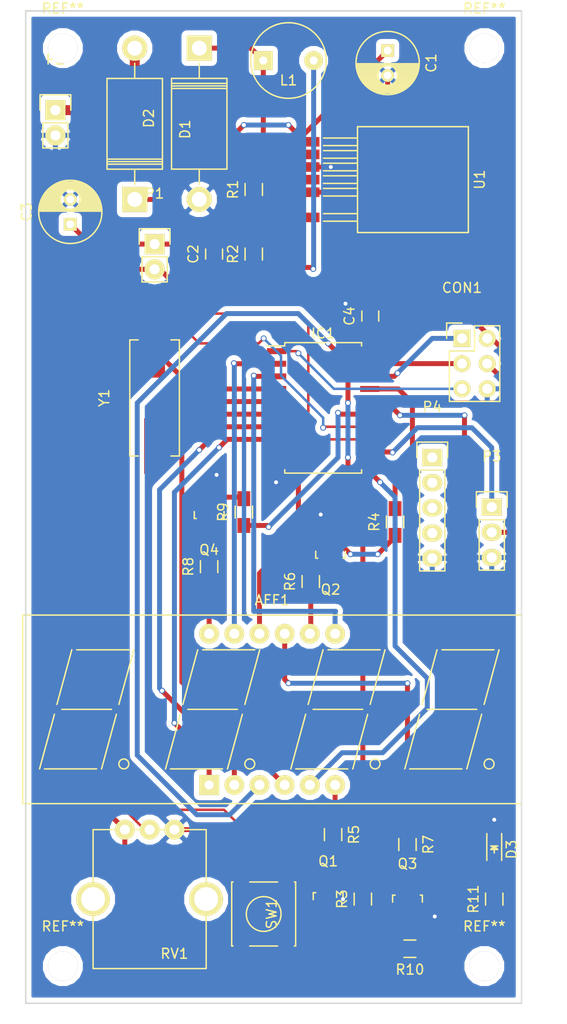
<source format=kicad_pcb>
(kicad_pcb (version 4) (host pcbnew 4.0.2+dfsg1-2~bpo8+1-stable)

  (general
    (links 73)
    (no_connects 1)
    (area 149.924999 49.924999 200.075001 150.075001)
    (thickness 1.6)
    (drawings 4)
    (tracks 284)
    (zones 0)
    (modules 38)
    (nets 42)
  )

  (page A4)
  (layers
    (0 F.Cu signal)
    (31 B.Cu signal)
    (32 B.Adhes user)
    (33 F.Adhes user)
    (34 B.Paste user)
    (35 F.Paste user)
    (36 B.SilkS user)
    (37 F.SilkS user)
    (38 B.Mask user)
    (39 F.Mask user)
    (40 Dwgs.User user)
    (41 Cmts.User user)
    (42 Eco1.User user)
    (43 Eco2.User user)
    (44 Edge.Cuts user)
    (45 Margin user)
    (46 B.CrtYd user)
    (47 F.CrtYd user)
    (48 B.Fab user)
    (49 F.Fab user)
  )

  (setup
    (last_trace_width 0.5)
    (trace_clearance 0.2)
    (zone_clearance 0.508)
    (zone_45_only no)
    (trace_min 0.2)
    (segment_width 0.2)
    (edge_width 0.15)
    (via_size 0.6)
    (via_drill 0.4)
    (via_min_size 0.4)
    (via_min_drill 0.3)
    (uvia_size 0.3)
    (uvia_drill 0.1)
    (uvias_allowed no)
    (uvia_min_size 0.2)
    (uvia_min_drill 0.1)
    (pcb_text_width 0.3)
    (pcb_text_size 1.5 1.5)
    (mod_edge_width 0.15)
    (mod_text_size 1 1)
    (mod_text_width 0.15)
    (pad_size 1.524 1.524)
    (pad_drill 0.762)
    (pad_to_mask_clearance 0.2)
    (aux_axis_origin 0 0)
    (visible_elements FFFFFF7F)
    (pcbplotparams
      (layerselection 0x00030_80000001)
      (usegerberextensions false)
      (excludeedgelayer true)
      (linewidth 0.100000)
      (plotframeref false)
      (viasonmask false)
      (mode 1)
      (useauxorigin false)
      (hpglpennumber 1)
      (hpglpenspeed 20)
      (hpglpendiameter 15)
      (hpglpenoverlay 2)
      (psnegative false)
      (psa4output false)
      (plotreference true)
      (plotvalue true)
      (plotinvisibletext false)
      (padsonsilk false)
      (subtractmaskfromsilk false)
      (outputformat 1)
      (mirror false)
      (drillshape 1)
      (scaleselection 1)
      (outputdirectory ""))
  )

  (net 0 "")
  (net 1 /e)
  (net 2 /d)
  (net 3 /dp)
  (net 4 /c)
  (net 5 /g)
  (net 6 "Net-(AFF1-Pad6)")
  (net 7 "Net-(AFF1-Pad9)")
  (net 8 "Net-(AFF1-Pad8)")
  (net 9 "Net-(AFF1-Pad12)")
  (net 10 /a)
  (net 11 /b)
  (net 12 /f)
  (net 13 GND)
  (net 14 "Net-(C1-Pad1)")
  (net 15 "Net-(C2-Pad1)")
  (net 16 "Net-(C2-Pad2)")
  (net 17 /c4)
  (net 18 +5V)
  (net 19 /c3)
  (net 20 /RST)
  (net 21 +12V)
  (net 22 "Net-(D2-Pad1)")
  (net 23 /pwm_out)
  (net 24 "Net-(P4-Pad2)")
  (net 25 "Net-(P4-Pad3)")
  (net 26 "Net-(P4-Pad4)")
  (net 27 "Net-(Q1-Pad1)")
  (net 28 "Net-(Q1-Pad3)")
  (net 29 "Net-(Q2-Pad1)")
  (net 30 "Net-(Q2-Pad3)")
  (net 31 "Net-(Q3-Pad1)")
  (net 32 "Net-(Q3-Pad3)")
  (net 33 "Net-(Q4-Pad1)")
  (net 34 "Net-(Q4-Pad3)")
  (net 35 /c1)
  (net 36 /c2)
  (net 37 /pot_in)
  (net 38 /mode_switch)
  (net 39 "Net-(IC1-Pad5)")
  (net 40 "Net-(IC1-Pad4)")
  (net 41 "Net-(D3-Pad2)")

  (net_class Default "This is the default net class."
    (clearance 0.2)
    (trace_width 0.5)
    (via_dia 0.6)
    (via_drill 0.4)
    (uvia_dia 0.3)
    (uvia_drill 0.1)
    (add_net +5V)
    (add_net /pwm_out)
    (add_net GND)
    (add_net "Net-(AFF1-Pad12)")
    (add_net "Net-(AFF1-Pad6)")
    (add_net "Net-(AFF1-Pad8)")
    (add_net "Net-(AFF1-Pad9)")
    (add_net "Net-(C1-Pad1)")
    (add_net "Net-(C2-Pad1)")
    (add_net "Net-(C2-Pad2)")
    (add_net "Net-(D2-Pad1)")
    (add_net "Net-(D3-Pad2)")
    (add_net "Net-(IC1-Pad4)")
    (add_net "Net-(IC1-Pad5)")
    (add_net "Net-(P4-Pad2)")
    (add_net "Net-(P4-Pad3)")
    (add_net "Net-(P4-Pad4)")
    (add_net "Net-(Q1-Pad1)")
    (add_net "Net-(Q1-Pad3)")
    (add_net "Net-(Q2-Pad1)")
    (add_net "Net-(Q2-Pad3)")
    (add_net "Net-(Q3-Pad1)")
    (add_net "Net-(Q3-Pad3)")
    (add_net "Net-(Q4-Pad1)")
    (add_net "Net-(Q4-Pad3)")
  )

  (net_class Power ""
    (clearance 0.35)
    (trace_width 1)
    (via_dia 0.6)
    (via_drill 0.4)
    (uvia_dia 0.3)
    (uvia_drill 0.1)
    (add_net +12V)
  )

  (net_class Signal ""
    (clearance 0.2)
    (trace_width 0.25)
    (via_dia 0.6)
    (via_drill 0.4)
    (uvia_dia 0.3)
    (uvia_drill 0.1)
    (add_net /RST)
    (add_net /mode_switch)
    (add_net /pot_in)
  )

  (net_class lcd_driver ""
    (clearance 0.2)
    (trace_width 0.5)
    (via_dia 0.6)
    (via_drill 0.4)
    (uvia_dia 0.3)
    (uvia_drill 0.1)
    (add_net /a)
    (add_net /b)
    (add_net /c)
    (add_net /c1)
    (add_net /c2)
    (add_net /c3)
    (add_net /c4)
    (add_net /d)
    (add_net /dp)
    (add_net /e)
    (add_net /f)
    (add_net /g)
  )

  (module Power_Integrations:TO-263-7C (layer F.Cu) (tedit 0) (tstamp 57FF9CB6)
    (at 178 67 270)
    (tags "Power Integration R Package")
    (path /57FAA051)
    (fp_text reference U1 (at 0 -17.78 270) (layer F.SilkS)
      (effects (font (size 1 1) (thickness 0.15)))
    )
    (fp_text value LM2596 (at 0.127 -19.812 270) (layer F.Fab)
      (effects (font (size 1 1) (thickness 0.15)))
    )
    (fp_line (start -5.334 -16.637) (end -5.334 -15.621) (layer F.SilkS) (width 0.15))
    (fp_line (start -5.334 -16.637) (end 5.334 -16.637) (layer F.SilkS) (width 0.15))
    (fp_line (start 5.334 -16.637) (end 5.334 -15.621) (layer F.SilkS) (width 0.15))
    (fp_line (start 4.191 -2.032) (end 4.191 -5.461) (layer F.SilkS) (width 0.15))
    (fp_line (start 3.429 -2.032) (end 3.429 -5.461) (layer F.SilkS) (width 0.15))
    (fp_line (start 1.651 -2.032) (end 1.651 -5.461) (layer F.SilkS) (width 0.15))
    (fp_line (start 0.889 -2.032) (end 0.889 -5.461) (layer F.SilkS) (width 0.15))
    (fp_line (start 0.381 -2.032) (end 0.381 -5.461) (layer F.SilkS) (width 0.15))
    (fp_line (start -0.381 -2.032) (end -0.381 -5.334) (layer F.SilkS) (width 0.15))
    (fp_line (start -0.889 -2.032) (end -0.889 -5.461) (layer F.SilkS) (width 0.15))
    (fp_line (start -1.651 -2.032) (end -1.651 -5.461) (layer F.SilkS) (width 0.15))
    (fp_line (start -2.921 -2.032) (end -2.921 -5.461) (layer F.SilkS) (width 0.15))
    (fp_line (start -2.159 -2.032) (end -2.159 -5.461) (layer F.SilkS) (width 0.15))
    (fp_line (start -3.429 -2.032) (end -3.429 -5.461) (layer F.SilkS) (width 0.15))
    (fp_line (start -4.191 -2.032) (end -4.191 -5.461) (layer F.SilkS) (width 0.15))
    (fp_line (start -5.334 -5.461) (end -5.334 -15.621) (layer F.SilkS) (width 0.15))
    (fp_line (start 5.334 -5.461) (end 5.334 -15.621) (layer F.SilkS) (width 0.15))
    (fp_line (start 0 -5.461) (end -5.334 -5.461) (layer F.SilkS) (width 0.15))
    (fp_line (start 0 -5.461) (end 5.334 -5.461) (layer F.SilkS) (width 0.15))
    (pad 4 smd rect (at 0 0 270) (size 0.9652 3.2512) (layers F.Cu F.Paste F.Mask)
      (net 16 "Net-(C2-Pad2)"))
    (pad 3 smd rect (at -1.27 0 270) (size 0.9652 3.2512) (layers F.Cu F.Paste F.Mask)
      (net 13 GND))
    (pad 2 smd rect (at -2.54 0 270) (size 0.9652 3.2512) (layers F.Cu F.Paste F.Mask)
      (net 22 "Net-(D2-Pad1)"))
    (pad 1 smd rect (at -3.81 0 270) (size 0.9652 3.2512) (layers F.Cu F.Paste F.Mask)
      (net 14 "Net-(C1-Pad1)"))
    (pad 5 smd rect (at 1.27 0 270) (size 0.9652 3.2512) (layers F.Cu F.Paste F.Mask)
      (net 13 GND))
    (pad 7 smd rect (at 3.81 0 270) (size 0.9652 3.2512) (layers F.Cu F.Paste F.Mask))
    (pad 8 smd rect (at 0 -11.557 270) (size 8.001 9.652) (layers F.Cu F.Paste F.Mask))
  )

  (module Displays_7-Segment:Cx56-12 (layer F.Cu) (tedit 557ED01E) (tstamp 57FF9AC9)
    (at 168.5 128)
    (descr "4x7-segments, 14 mm, Kingbright CA56-12 and CC56-12 displays")
    (tags "7-segments display")
    (path /57FAE9E5)
    (fp_text reference AFF1 (at 6.35 -18.62) (layer F.SilkS)
      (effects (font (size 1 1) (thickness 0.15)))
    )
    (fp_text value CC56-12 (at 6.35 3.38) (layer F.Fab)
      (effects (font (size 1 1) (thickness 0.15)))
    )
    (fp_line (start 31.75 2.15) (end -19.05 2.15) (layer F.CrtYd) (width 0.05))
    (fp_line (start 31.75 -17.35) (end 31.75 2.15) (layer F.CrtYd) (width 0.05))
    (fp_line (start -19.05 -17.35) (end 31.75 -17.35) (layer F.CrtYd) (width 0.05))
    (fp_line (start -19.05 2.15) (end -19.05 -17.35) (layer F.CrtYd) (width 0.05))
    (fp_line (start 31.5 1.88) (end -18.8 1.88) (layer F.SilkS) (width 0.15))
    (fp_line (start -18.8 1.88) (end -18.8 -17.12) (layer F.SilkS) (width 0.15))
    (fp_line (start -18.8 -17.12) (end 31.5 -17.12) (layer F.SilkS) (width 0.15))
    (fp_line (start 31.5 -17.12) (end 31.5 1.88) (layer F.SilkS) (width 0.15))
    (fp_line (start 21.98 -7.62) (end 26.98 -7.62) (layer F.SilkS) (width 0.15))
    (fp_line (start 20.23 -1.62) (end 25.48 -1.62) (layer F.SilkS) (width 0.15))
    (fp_line (start 27.73 -8.12) (end 29.23 -13.62) (layer F.SilkS) (width 0.15))
    (fp_line (start 25.98 -1.62) (end 27.48 -7.12) (layer F.SilkS) (width 0.15))
    (fp_line (start 21.48 -8.12) (end 22.98 -13.62) (layer F.SilkS) (width 0.15))
    (fp_line (start 19.73 -1.62) (end 21.23 -7.12) (layer F.SilkS) (width 0.15))
    (fp_line (start 23.48 -13.62) (end 28.73 -13.62) (layer F.SilkS) (width 0.15))
    (fp_line (start -14.85 -7.62) (end -9.85 -7.62) (layer F.SilkS) (width 0.15))
    (fp_line (start -16.6 -1.62) (end -11.35 -1.62) (layer F.SilkS) (width 0.15))
    (fp_line (start -9.1 -8.12) (end -7.6 -13.62) (layer F.SilkS) (width 0.15))
    (fp_line (start -10.85 -1.62) (end -9.35 -7.12) (layer F.SilkS) (width 0.15))
    (fp_line (start -15.35 -8.12) (end -13.85 -13.62) (layer F.SilkS) (width 0.15))
    (fp_line (start -17.1 -1.62) (end -15.6 -7.12) (layer F.SilkS) (width 0.15))
    (fp_line (start -13.35 -13.62) (end -8.1 -13.62) (layer F.SilkS) (width 0.15))
    (fp_line (start -0.65 -13.62) (end 4.6 -13.62) (layer F.SilkS) (width 0.15))
    (fp_line (start -4.4 -1.62) (end -2.9 -7.12) (layer F.SilkS) (width 0.15))
    (fp_line (start -2.65 -8.12) (end -1.15 -13.62) (layer F.SilkS) (width 0.15))
    (fp_line (start 1.85 -1.62) (end 3.35 -7.12) (layer F.SilkS) (width 0.15))
    (fp_line (start 3.6 -8.12) (end 5.1 -13.62) (layer F.SilkS) (width 0.15))
    (fp_line (start -3.9 -1.62) (end 1.35 -1.62) (layer F.SilkS) (width 0.15))
    (fp_line (start -2.15 -7.62) (end 2.85 -7.62) (layer F.SilkS) (width 0.15))
    (fp_line (start 16.235 -8.12) (end 17.735 -13.62) (layer F.SilkS) (width 0.15))
    (fp_line (start 11.985 -13.62) (end 17.235 -13.62) (layer F.SilkS) (width 0.15))
    (fp_line (start 9.985 -8.12) (end 11.485 -13.62) (layer F.SilkS) (width 0.15))
    (fp_line (start 10.485 -7.62) (end 15.485 -7.62) (layer F.SilkS) (width 0.15))
    (fp_line (start 8.735 -1.62) (end 13.985 -1.62) (layer F.SilkS) (width 0.15))
    (fp_line (start 8.235 -1.62) (end 9.735 -7.12) (layer F.SilkS) (width 0.15))
    (fp_line (start 14.485 -1.62) (end 15.985 -7.12) (layer F.SilkS) (width 0.15))
    (fp_circle (center 28.23 -2.12) (end 28.23 -1.62) (layer F.SilkS) (width 0.15))
    (fp_circle (center -8.6 -2.12) (end -8.6 -1.62) (layer F.SilkS) (width 0.15))
    (fp_circle (center 16.735 -2.12) (end 16.735 -1.62) (layer F.SilkS) (width 0.15))
    (fp_circle (center 4.1 -2.12) (end 4.1 -1.62) (layer F.SilkS) (width 0.15))
    (pad 1 thru_hole rect (at 0 0) (size 2.032 2.032) (drill 0.9144) (layers *.Cu *.Mask F.SilkS)
      (net 1 /e))
    (pad 2 thru_hole circle (at 2.54 0) (size 2 2) (drill 1) (layers *.Cu *.Mask F.SilkS)
      (net 2 /d))
    (pad 3 thru_hole circle (at 5.08 0) (size 2 2) (drill 1) (layers *.Cu *.Mask F.SilkS)
      (net 3 /dp))
    (pad 4 thru_hole circle (at 7.62 0) (size 2 2) (drill 1) (layers *.Cu *.Mask F.SilkS)
      (net 4 /c))
    (pad 5 thru_hole circle (at 10.16 0) (size 2 2) (drill 1) (layers *.Cu *.Mask F.SilkS)
      (net 5 /g))
    (pad 6 thru_hole circle (at 12.7 0) (size 2 2) (drill 1) (layers *.Cu *.Mask F.SilkS)
      (net 6 "Net-(AFF1-Pad6)"))
    (pad 9 thru_hole circle (at 7.62 -15.24) (size 2 2) (drill 1) (layers *.Cu *.Mask F.SilkS)
      (net 7 "Net-(AFF1-Pad9)"))
    (pad 8 thru_hole circle (at 10.16 -15.24) (size 2 2) (drill 1) (layers *.Cu *.Mask F.SilkS)
      (net 8 "Net-(AFF1-Pad8)"))
    (pad 12 thru_hole circle (at 0 -15.24) (size 2 2) (drill 1) (layers *.Cu *.Mask F.SilkS)
      (net 9 "Net-(AFF1-Pad12)"))
    (pad 11 thru_hole circle (at 2.54 -15.24) (size 2 2) (drill 1) (layers *.Cu *.Mask F.SilkS)
      (net 10 /a))
    (pad 7 thru_hole circle (at 12.7 -15.24) (size 2 2) (drill 1) (layers *.Cu *.Mask F.SilkS)
      (net 11 /b))
    (pad 10 thru_hole circle (at 5.08 -15.24) (size 2 2) (drill 1) (layers *.Cu *.Mask F.SilkS)
      (net 12 /f))
    (model Displays_7-Segment.3dshapes/Cx56-12.wrl
      (at (xyz 0.254 0.3 0.03937))
      (scale (xyz 0.393701 0.393701 0.393701))
      (rotate (xyz 0 0 0))
    )
  )

  (module Capacitors_ThroughHole:C_Radial_D6.3_L11.2_P2.5 (layer F.Cu) (tedit 0) (tstamp 57FF9AF6)
    (at 186.5 54 270)
    (descr "Radial Electrolytic Capacitor, Diameter 6.3mm x Length 11.2mm, Pitch 2.5mm")
    (tags "Electrolytic Capacitor")
    (path /57FAA59E)
    (fp_text reference C1 (at 1.25 -4.4 270) (layer F.SilkS)
      (effects (font (size 1 1) (thickness 0.15)))
    )
    (fp_text value 470uF/50V (at 1.25 4.4 270) (layer F.Fab)
      (effects (font (size 1 1) (thickness 0.15)))
    )
    (fp_line (start 1.325 -3.149) (end 1.325 3.149) (layer F.SilkS) (width 0.15))
    (fp_line (start 1.465 -3.143) (end 1.465 3.143) (layer F.SilkS) (width 0.15))
    (fp_line (start 1.605 -3.13) (end 1.605 -0.446) (layer F.SilkS) (width 0.15))
    (fp_line (start 1.605 0.446) (end 1.605 3.13) (layer F.SilkS) (width 0.15))
    (fp_line (start 1.745 -3.111) (end 1.745 -0.656) (layer F.SilkS) (width 0.15))
    (fp_line (start 1.745 0.656) (end 1.745 3.111) (layer F.SilkS) (width 0.15))
    (fp_line (start 1.885 -3.085) (end 1.885 -0.789) (layer F.SilkS) (width 0.15))
    (fp_line (start 1.885 0.789) (end 1.885 3.085) (layer F.SilkS) (width 0.15))
    (fp_line (start 2.025 -3.053) (end 2.025 -0.88) (layer F.SilkS) (width 0.15))
    (fp_line (start 2.025 0.88) (end 2.025 3.053) (layer F.SilkS) (width 0.15))
    (fp_line (start 2.165 -3.014) (end 2.165 -0.942) (layer F.SilkS) (width 0.15))
    (fp_line (start 2.165 0.942) (end 2.165 3.014) (layer F.SilkS) (width 0.15))
    (fp_line (start 2.305 -2.968) (end 2.305 -0.981) (layer F.SilkS) (width 0.15))
    (fp_line (start 2.305 0.981) (end 2.305 2.968) (layer F.SilkS) (width 0.15))
    (fp_line (start 2.445 -2.915) (end 2.445 -0.998) (layer F.SilkS) (width 0.15))
    (fp_line (start 2.445 0.998) (end 2.445 2.915) (layer F.SilkS) (width 0.15))
    (fp_line (start 2.585 -2.853) (end 2.585 -0.996) (layer F.SilkS) (width 0.15))
    (fp_line (start 2.585 0.996) (end 2.585 2.853) (layer F.SilkS) (width 0.15))
    (fp_line (start 2.725 -2.783) (end 2.725 -0.974) (layer F.SilkS) (width 0.15))
    (fp_line (start 2.725 0.974) (end 2.725 2.783) (layer F.SilkS) (width 0.15))
    (fp_line (start 2.865 -2.704) (end 2.865 -0.931) (layer F.SilkS) (width 0.15))
    (fp_line (start 2.865 0.931) (end 2.865 2.704) (layer F.SilkS) (width 0.15))
    (fp_line (start 3.005 -2.616) (end 3.005 -0.863) (layer F.SilkS) (width 0.15))
    (fp_line (start 3.005 0.863) (end 3.005 2.616) (layer F.SilkS) (width 0.15))
    (fp_line (start 3.145 -2.516) (end 3.145 -0.764) (layer F.SilkS) (width 0.15))
    (fp_line (start 3.145 0.764) (end 3.145 2.516) (layer F.SilkS) (width 0.15))
    (fp_line (start 3.285 -2.404) (end 3.285 -0.619) (layer F.SilkS) (width 0.15))
    (fp_line (start 3.285 0.619) (end 3.285 2.404) (layer F.SilkS) (width 0.15))
    (fp_line (start 3.425 -2.279) (end 3.425 -0.38) (layer F.SilkS) (width 0.15))
    (fp_line (start 3.425 0.38) (end 3.425 2.279) (layer F.SilkS) (width 0.15))
    (fp_line (start 3.565 -2.136) (end 3.565 2.136) (layer F.SilkS) (width 0.15))
    (fp_line (start 3.705 -1.974) (end 3.705 1.974) (layer F.SilkS) (width 0.15))
    (fp_line (start 3.845 -1.786) (end 3.845 1.786) (layer F.SilkS) (width 0.15))
    (fp_line (start 3.985 -1.563) (end 3.985 1.563) (layer F.SilkS) (width 0.15))
    (fp_line (start 4.125 -1.287) (end 4.125 1.287) (layer F.SilkS) (width 0.15))
    (fp_line (start 4.265 -0.912) (end 4.265 0.912) (layer F.SilkS) (width 0.15))
    (fp_circle (center 2.5 0) (end 2.5 -1) (layer F.SilkS) (width 0.15))
    (fp_circle (center 1.25 0) (end 1.25 -3.1875) (layer F.SilkS) (width 0.15))
    (fp_circle (center 1.25 0) (end 1.25 -3.4) (layer F.CrtYd) (width 0.05))
    (pad 2 thru_hole circle (at 2.5 0 270) (size 1.3 1.3) (drill 0.8) (layers *.Cu *.Mask F.SilkS)
      (net 13 GND))
    (pad 1 thru_hole rect (at 0 0 270) (size 1.3 1.3) (drill 0.8) (layers *.Cu *.Mask F.SilkS)
      (net 14 "Net-(C1-Pad1)"))
    (model Capacitors_ThroughHole.3dshapes/C_Radial_D6.3_L11.2_P2.5.wrl
      (at (xyz 0 0 0))
      (scale (xyz 1 1 1))
      (rotate (xyz 0 0 0))
    )
  )

  (module Capacitors_SMD:C_0805_HandSoldering (layer F.Cu) (tedit 541A9B8D) (tstamp 57FF9B02)
    (at 169 74.5 90)
    (descr "Capacitor SMD 0805, hand soldering")
    (tags "capacitor 0805")
    (path /57FAE39C)
    (attr smd)
    (fp_text reference C2 (at 0 -2.1 90) (layer F.SilkS)
      (effects (font (size 1 1) (thickness 0.15)))
    )
    (fp_text value 10nF (at 0 2.1 90) (layer F.Fab)
      (effects (font (size 1 1) (thickness 0.15)))
    )
    (fp_line (start -2.3 -1) (end 2.3 -1) (layer F.CrtYd) (width 0.05))
    (fp_line (start -2.3 1) (end 2.3 1) (layer F.CrtYd) (width 0.05))
    (fp_line (start -2.3 -1) (end -2.3 1) (layer F.CrtYd) (width 0.05))
    (fp_line (start 2.3 -1) (end 2.3 1) (layer F.CrtYd) (width 0.05))
    (fp_line (start 0.5 -0.85) (end -0.5 -0.85) (layer F.SilkS) (width 0.15))
    (fp_line (start -0.5 0.85) (end 0.5 0.85) (layer F.SilkS) (width 0.15))
    (pad 1 smd rect (at -1.25 0 90) (size 1.5 1.25) (layers F.Cu F.Paste F.Mask)
      (net 15 "Net-(C2-Pad1)"))
    (pad 2 smd rect (at 1.25 0 90) (size 1.5 1.25) (layers F.Cu F.Paste F.Mask)
      (net 16 "Net-(C2-Pad2)"))
    (model Capacitors_SMD.3dshapes/C_0805_HandSoldering.wrl
      (at (xyz 0 0 0))
      (scale (xyz 1 1 1))
      (rotate (xyz 0 0 0))
    )
  )

  (module Capacitors_ThroughHole:C_Radial_D6.3_L11.2_P2.5 (layer F.Cu) (tedit 0) (tstamp 57FF9B2F)
    (at 154.5 71.5 90)
    (descr "Radial Electrolytic Capacitor, Diameter 6.3mm x Length 11.2mm, Pitch 2.5mm")
    (tags "Electrolytic Capacitor")
    (path /57FAA932)
    (fp_text reference C3 (at 1.25 -4.4 90) (layer F.SilkS)
      (effects (font (size 1 1) (thickness 0.15)))
    )
    (fp_text value 470uF/10V (at 1.25 4.4 90) (layer F.Fab)
      (effects (font (size 1 1) (thickness 0.15)))
    )
    (fp_line (start 1.325 -3.149) (end 1.325 3.149) (layer F.SilkS) (width 0.15))
    (fp_line (start 1.465 -3.143) (end 1.465 3.143) (layer F.SilkS) (width 0.15))
    (fp_line (start 1.605 -3.13) (end 1.605 -0.446) (layer F.SilkS) (width 0.15))
    (fp_line (start 1.605 0.446) (end 1.605 3.13) (layer F.SilkS) (width 0.15))
    (fp_line (start 1.745 -3.111) (end 1.745 -0.656) (layer F.SilkS) (width 0.15))
    (fp_line (start 1.745 0.656) (end 1.745 3.111) (layer F.SilkS) (width 0.15))
    (fp_line (start 1.885 -3.085) (end 1.885 -0.789) (layer F.SilkS) (width 0.15))
    (fp_line (start 1.885 0.789) (end 1.885 3.085) (layer F.SilkS) (width 0.15))
    (fp_line (start 2.025 -3.053) (end 2.025 -0.88) (layer F.SilkS) (width 0.15))
    (fp_line (start 2.025 0.88) (end 2.025 3.053) (layer F.SilkS) (width 0.15))
    (fp_line (start 2.165 -3.014) (end 2.165 -0.942) (layer F.SilkS) (width 0.15))
    (fp_line (start 2.165 0.942) (end 2.165 3.014) (layer F.SilkS) (width 0.15))
    (fp_line (start 2.305 -2.968) (end 2.305 -0.981) (layer F.SilkS) (width 0.15))
    (fp_line (start 2.305 0.981) (end 2.305 2.968) (layer F.SilkS) (width 0.15))
    (fp_line (start 2.445 -2.915) (end 2.445 -0.998) (layer F.SilkS) (width 0.15))
    (fp_line (start 2.445 0.998) (end 2.445 2.915) (layer F.SilkS) (width 0.15))
    (fp_line (start 2.585 -2.853) (end 2.585 -0.996) (layer F.SilkS) (width 0.15))
    (fp_line (start 2.585 0.996) (end 2.585 2.853) (layer F.SilkS) (width 0.15))
    (fp_line (start 2.725 -2.783) (end 2.725 -0.974) (layer F.SilkS) (width 0.15))
    (fp_line (start 2.725 0.974) (end 2.725 2.783) (layer F.SilkS) (width 0.15))
    (fp_line (start 2.865 -2.704) (end 2.865 -0.931) (layer F.SilkS) (width 0.15))
    (fp_line (start 2.865 0.931) (end 2.865 2.704) (layer F.SilkS) (width 0.15))
    (fp_line (start 3.005 -2.616) (end 3.005 -0.863) (layer F.SilkS) (width 0.15))
    (fp_line (start 3.005 0.863) (end 3.005 2.616) (layer F.SilkS) (width 0.15))
    (fp_line (start 3.145 -2.516) (end 3.145 -0.764) (layer F.SilkS) (width 0.15))
    (fp_line (start 3.145 0.764) (end 3.145 2.516) (layer F.SilkS) (width 0.15))
    (fp_line (start 3.285 -2.404) (end 3.285 -0.619) (layer F.SilkS) (width 0.15))
    (fp_line (start 3.285 0.619) (end 3.285 2.404) (layer F.SilkS) (width 0.15))
    (fp_line (start 3.425 -2.279) (end 3.425 -0.38) (layer F.SilkS) (width 0.15))
    (fp_line (start 3.425 0.38) (end 3.425 2.279) (layer F.SilkS) (width 0.15))
    (fp_line (start 3.565 -2.136) (end 3.565 2.136) (layer F.SilkS) (width 0.15))
    (fp_line (start 3.705 -1.974) (end 3.705 1.974) (layer F.SilkS) (width 0.15))
    (fp_line (start 3.845 -1.786) (end 3.845 1.786) (layer F.SilkS) (width 0.15))
    (fp_line (start 3.985 -1.563) (end 3.985 1.563) (layer F.SilkS) (width 0.15))
    (fp_line (start 4.125 -1.287) (end 4.125 1.287) (layer F.SilkS) (width 0.15))
    (fp_line (start 4.265 -0.912) (end 4.265 0.912) (layer F.SilkS) (width 0.15))
    (fp_circle (center 2.5 0) (end 2.5 -1) (layer F.SilkS) (width 0.15))
    (fp_circle (center 1.25 0) (end 1.25 -3.1875) (layer F.SilkS) (width 0.15))
    (fp_circle (center 1.25 0) (end 1.25 -3.4) (layer F.CrtYd) (width 0.05))
    (pad 2 thru_hole circle (at 2.5 0 90) (size 1.3 1.3) (drill 0.8) (layers *.Cu *.Mask F.SilkS)
      (net 13 GND))
    (pad 1 thru_hole rect (at 0 0 90) (size 1.3 1.3) (drill 0.8) (layers *.Cu *.Mask F.SilkS)
      (net 15 "Net-(C2-Pad1)"))
    (model Capacitors_ThroughHole.3dshapes/C_Radial_D6.3_L11.2_P2.5.wrl
      (at (xyz 0 0 0))
      (scale (xyz 1 1 1))
      (rotate (xyz 0 0 0))
    )
  )

  (module Pin_Headers:Pin_Header_Straight_2x03 (layer F.Cu) (tedit 54EA0A4B) (tstamp 57FF9B46)
    (at 194 83)
    (descr "Through hole pin header")
    (tags "pin header")
    (path /57FA9718)
    (fp_text reference CON1 (at 0 -5.1) (layer F.SilkS)
      (effects (font (size 1 1) (thickness 0.15)))
    )
    (fp_text value AVR-ISP-6 (at 0 -3.1) (layer F.Fab)
      (effects (font (size 1 1) (thickness 0.15)))
    )
    (fp_line (start -1.27 1.27) (end -1.27 6.35) (layer F.SilkS) (width 0.15))
    (fp_line (start -1.55 -1.55) (end 0 -1.55) (layer F.SilkS) (width 0.15))
    (fp_line (start -1.75 -1.75) (end -1.75 6.85) (layer F.CrtYd) (width 0.05))
    (fp_line (start 4.3 -1.75) (end 4.3 6.85) (layer F.CrtYd) (width 0.05))
    (fp_line (start -1.75 -1.75) (end 4.3 -1.75) (layer F.CrtYd) (width 0.05))
    (fp_line (start -1.75 6.85) (end 4.3 6.85) (layer F.CrtYd) (width 0.05))
    (fp_line (start 1.27 -1.27) (end 1.27 1.27) (layer F.SilkS) (width 0.15))
    (fp_line (start 1.27 1.27) (end -1.27 1.27) (layer F.SilkS) (width 0.15))
    (fp_line (start -1.27 6.35) (end 3.81 6.35) (layer F.SilkS) (width 0.15))
    (fp_line (start 3.81 6.35) (end 3.81 1.27) (layer F.SilkS) (width 0.15))
    (fp_line (start -1.55 -1.55) (end -1.55 0) (layer F.SilkS) (width 0.15))
    (fp_line (start 3.81 -1.27) (end 1.27 -1.27) (layer F.SilkS) (width 0.15))
    (fp_line (start 3.81 1.27) (end 3.81 -1.27) (layer F.SilkS) (width 0.15))
    (pad 1 thru_hole rect (at 0 0) (size 1.7272 1.7272) (drill 1.016) (layers *.Cu *.Mask F.SilkS)
      (net 17 /c4))
    (pad 2 thru_hole oval (at 2.54 0) (size 1.7272 1.7272) (drill 1.016) (layers *.Cu *.Mask F.SilkS)
      (net 18 +5V))
    (pad 3 thru_hole oval (at 0 2.54) (size 1.7272 1.7272) (drill 1.016) (layers *.Cu *.Mask F.SilkS)
      (net 3 /dp))
    (pad 4 thru_hole oval (at 2.54 2.54) (size 1.7272 1.7272) (drill 1.016) (layers *.Cu *.Mask F.SilkS)
      (net 19 /c3))
    (pad 5 thru_hole oval (at 0 5.08) (size 1.7272 1.7272) (drill 1.016) (layers *.Cu *.Mask F.SilkS)
      (net 20 /RST))
    (pad 6 thru_hole oval (at 2.54 5.08) (size 1.7272 1.7272) (drill 1.016) (layers *.Cu *.Mask F.SilkS)
      (net 13 GND))
    (model Pin_Headers.3dshapes/Pin_Header_Straight_2x03.wrl
      (at (xyz 0.05 -0.1 0))
      (scale (xyz 1 1 1))
      (rotate (xyz 0 0 90))
    )
  )

  (module Diodes_ThroughHole:Diode_DO-201AD_Horizontal_RM15 (layer F.Cu) (tedit 552FFBC7) (tstamp 57FF9B55)
    (at 161 69 90)
    (descr "Diode DO-201AD Horizontal")
    (tags "Diode DO-201AD Horizontal SB320 SB340 SB360")
    (path /57FABA15)
    (fp_text reference D1 (at 7.06722 5.07704 90) (layer F.SilkS)
      (effects (font (size 1 1) (thickness 0.15)))
    )
    (fp_text value 1N5825 (at 7.82922 -4.82896 90) (layer F.Fab)
      (effects (font (size 1 1) (thickness 0.15)))
    )
    (fp_line (start 12.19322 -0.00296) (end 13.71722 -0.00296) (layer F.SilkS) (width 0.15))
    (fp_line (start 3.04922 -0.00296) (end 1.52522 -0.00296) (layer F.SilkS) (width 0.15))
    (fp_line (start 4.06522 -2.79696) (end 4.06522 2.79104) (layer F.SilkS) (width 0.15))
    (fp_line (start 3.81122 -2.79696) (end 3.81122 2.79104) (layer F.SilkS) (width 0.15))
    (fp_line (start 3.55722 -2.79696) (end 3.55722 2.79104) (layer F.SilkS) (width 0.15))
    (fp_line (start 3.04922 2.79104) (end 3.04922 -2.79696) (layer F.SilkS) (width 0.15))
    (fp_line (start 3.04922 -2.79696) (end 12.19322 -2.79696) (layer F.SilkS) (width 0.15))
    (fp_line (start 12.19322 -2.79696) (end 12.19322 2.79104) (layer F.SilkS) (width 0.15))
    (fp_line (start 12.19322 2.79104) (end 3.04922 2.79104) (layer F.SilkS) (width 0.15))
    (pad 2 thru_hole circle (at 15.24122 -0.00296 270) (size 2.54 2.54) (drill 1.50114) (layers *.Cu *.Mask F.SilkS)
      (net 21 +12V))
    (pad 1 thru_hole rect (at 0.00122 -0.00296 270) (size 2.54 2.54) (drill 1.50114) (layers *.Cu *.Mask F.SilkS)
      (net 14 "Net-(C1-Pad1)"))
  )

  (module Diodes_ThroughHole:Diode_DO-201AD_Horizontal_RM15 (layer F.Cu) (tedit 552FFBC7) (tstamp 57FF9B64)
    (at 167.5 53.75 270)
    (descr "Diode DO-201AD Horizontal")
    (tags "Diode DO-201AD Horizontal SB320 SB340 SB360")
    (path /57FAA685)
    (fp_text reference D2 (at 7.06722 5.07704 270) (layer F.SilkS)
      (effects (font (size 1 1) (thickness 0.15)))
    )
    (fp_text value 1N5825 (at 7.82922 -4.82896 270) (layer F.Fab)
      (effects (font (size 1 1) (thickness 0.15)))
    )
    (fp_line (start 12.19322 -0.00296) (end 13.71722 -0.00296) (layer F.SilkS) (width 0.15))
    (fp_line (start 3.04922 -0.00296) (end 1.52522 -0.00296) (layer F.SilkS) (width 0.15))
    (fp_line (start 4.06522 -2.79696) (end 4.06522 2.79104) (layer F.SilkS) (width 0.15))
    (fp_line (start 3.81122 -2.79696) (end 3.81122 2.79104) (layer F.SilkS) (width 0.15))
    (fp_line (start 3.55722 -2.79696) (end 3.55722 2.79104) (layer F.SilkS) (width 0.15))
    (fp_line (start 3.04922 2.79104) (end 3.04922 -2.79696) (layer F.SilkS) (width 0.15))
    (fp_line (start 3.04922 -2.79696) (end 12.19322 -2.79696) (layer F.SilkS) (width 0.15))
    (fp_line (start 12.19322 -2.79696) (end 12.19322 2.79104) (layer F.SilkS) (width 0.15))
    (fp_line (start 12.19322 2.79104) (end 3.04922 2.79104) (layer F.SilkS) (width 0.15))
    (pad 2 thru_hole circle (at 15.24122 -0.00296 90) (size 2.54 2.54) (drill 1.50114) (layers *.Cu *.Mask F.SilkS)
      (net 13 GND))
    (pad 1 thru_hole rect (at 0.00122 -0.00296 90) (size 2.54 2.54) (drill 1.50114) (layers *.Cu *.Mask F.SilkS)
      (net 22 "Net-(D2-Pad1)"))
  )

  (module Housings_SOIC:SOIC-20_7.5x12.8mm_Pitch1.27mm (layer F.Cu) (tedit 54130A77) (tstamp 57FF9B87)
    (at 180 90)
    (descr "20-Lead Plastic Small Outline (SO) - Wide, 7.50 mm Body [SOIC] (see Microchip Packaging Specification 00000049BS.pdf)")
    (tags "SOIC 1.27")
    (path /57F960B4)
    (attr smd)
    (fp_text reference IC1 (at 0 -7.5) (layer F.SilkS)
      (effects (font (size 1 1) (thickness 0.15)))
    )
    (fp_text value ATTINY2313-S (at 0 7.5) (layer F.Fab)
      (effects (font (size 1 1) (thickness 0.15)))
    )
    (fp_line (start -5.95 -6.75) (end -5.95 6.75) (layer F.CrtYd) (width 0.05))
    (fp_line (start 5.95 -6.75) (end 5.95 6.75) (layer F.CrtYd) (width 0.05))
    (fp_line (start -5.95 -6.75) (end 5.95 -6.75) (layer F.CrtYd) (width 0.05))
    (fp_line (start -5.95 6.75) (end 5.95 6.75) (layer F.CrtYd) (width 0.05))
    (fp_line (start -3.875 -6.575) (end -3.875 -6.24) (layer F.SilkS) (width 0.15))
    (fp_line (start 3.875 -6.575) (end 3.875 -6.24) (layer F.SilkS) (width 0.15))
    (fp_line (start 3.875 6.575) (end 3.875 6.24) (layer F.SilkS) (width 0.15))
    (fp_line (start -3.875 6.575) (end -3.875 6.24) (layer F.SilkS) (width 0.15))
    (fp_line (start -3.875 -6.575) (end 3.875 -6.575) (layer F.SilkS) (width 0.15))
    (fp_line (start -3.875 6.575) (end 3.875 6.575) (layer F.SilkS) (width 0.15))
    (fp_line (start -3.875 -6.24) (end -5.675 -6.24) (layer F.SilkS) (width 0.15))
    (pad 1 smd rect (at -4.7 -5.715) (size 1.95 0.6) (layers F.Cu F.Paste F.Mask)
      (net 20 /RST))
    (pad 2 smd rect (at -4.7 -4.445) (size 1.95 0.6) (layers F.Cu F.Paste F.Mask)
      (net 10 /a))
    (pad 3 smd rect (at -4.7 -3.175) (size 1.95 0.6) (layers F.Cu F.Paste F.Mask)
      (net 11 /b))
    (pad 4 smd rect (at -4.7 -1.905) (size 1.95 0.6) (layers F.Cu F.Paste F.Mask)
      (net 40 "Net-(IC1-Pad4)"))
    (pad 5 smd rect (at -4.7 -0.635) (size 1.95 0.6) (layers F.Cu F.Paste F.Mask)
      (net 39 "Net-(IC1-Pad5)"))
    (pad 6 smd rect (at -4.7 0.635) (size 1.95 0.6) (layers F.Cu F.Paste F.Mask)
      (net 4 /c))
    (pad 7 smd rect (at -4.7 1.905) (size 1.95 0.6) (layers F.Cu F.Paste F.Mask)
      (net 2 /d))
    (pad 8 smd rect (at -4.7 3.175) (size 1.95 0.6) (layers F.Cu F.Paste F.Mask)
      (net 1 /e))
    (pad 9 smd rect (at -4.7 4.445) (size 1.95 0.6) (layers F.Cu F.Paste F.Mask)
      (net 12 /f))
    (pad 10 smd rect (at -4.7 5.715) (size 1.95 0.6) (layers F.Cu F.Paste F.Mask)
      (net 13 GND))
    (pad 11 smd rect (at 4.7 5.715) (size 1.95 0.6) (layers F.Cu F.Paste F.Mask)
      (net 5 /g))
    (pad 12 smd rect (at 4.7 4.445) (size 1.95 0.6) (layers F.Cu F.Paste F.Mask)
      (net 23 /pwm_out))
    (pad 13 smd rect (at 4.7 3.175) (size 1.95 0.6) (layers F.Cu F.Paste F.Mask)
      (net 37 /pot_in))
    (pad 14 smd rect (at 4.7 1.905) (size 1.95 0.6) (layers F.Cu F.Paste F.Mask)
      (net 38 /mode_switch))
    (pad 15 smd rect (at 4.7 0.635) (size 1.95 0.6) (layers F.Cu F.Paste F.Mask)
      (net 35 /c1))
    (pad 16 smd rect (at 4.7 -0.635) (size 1.95 0.6) (layers F.Cu F.Paste F.Mask)
      (net 36 /c2))
    (pad 17 smd rect (at 4.7 -1.905) (size 1.95 0.6) (layers F.Cu F.Paste F.Mask)
      (net 19 /c3))
    (pad 18 smd rect (at 4.7 -3.175) (size 1.95 0.6) (layers F.Cu F.Paste F.Mask)
      (net 17 /c4))
    (pad 19 smd rect (at 4.7 -4.445) (size 1.95 0.6) (layers F.Cu F.Paste F.Mask)
      (net 3 /dp))
    (pad 20 smd rect (at 4.7 -5.715) (size 1.95 0.6) (layers F.Cu F.Paste F.Mask)
      (net 18 +5V))
    (model Housings_SOIC.3dshapes/SOIC-20_7.5x12.8mm_Pitch1.27mm.wrl
      (at (xyz 0 0 0))
      (scale (xyz 1 1 1))
      (rotate (xyz 0 0 0))
    )
  )

  (module Inductors:INDUCTOR_V (layer F.Cu) (tedit 0) (tstamp 57FF9B8E)
    (at 176.5 55)
    (descr "Inductor (vertical)")
    (tags INDUCTOR)
    (path /57FAA83B)
    (fp_text reference L1 (at 0 1.99898) (layer F.SilkS)
      (effects (font (size 1 1) (thickness 0.15)))
    )
    (fp_text value 68uH (at 0.09906 -1.99898) (layer F.Fab)
      (effects (font (size 1 1) (thickness 0.15)))
    )
    (fp_circle (center 0 0) (end 3.81 0) (layer F.SilkS) (width 0.15))
    (pad 1 thru_hole rect (at -2.54 0) (size 1.905 1.905) (drill 0.8128) (layers *.Cu *.Mask F.SilkS)
      (net 22 "Net-(D2-Pad1)"))
    (pad 2 thru_hole circle (at 2.54 0) (size 1.905 1.905) (drill 0.8128) (layers *.Cu *.Mask F.SilkS)
      (net 15 "Net-(C2-Pad1)"))
    (model Inductors.3dshapes/INDUCTOR_V.wrl
      (at (xyz 0 0 0))
      (scale (xyz 2 2 2))
      (rotate (xyz 0 0 0))
    )
  )

  (module Pin_Headers:Pin_Header_Straight_1x02 (layer F.Cu) (tedit 54EA090C) (tstamp 57FF9B9F)
    (at 163 73.5)
    (descr "Through hole pin header")
    (tags "pin header")
    (path /57FAC4D2)
    (fp_text reference P1 (at 0 -5.1) (layer F.SilkS)
      (effects (font (size 1 1) (thickness 0.15)))
    )
    (fp_text value CONN_01X02 (at 0 -3.1) (layer F.Fab)
      (effects (font (size 1 1) (thickness 0.15)))
    )
    (fp_line (start 1.27 1.27) (end 1.27 3.81) (layer F.SilkS) (width 0.15))
    (fp_line (start 1.55 -1.55) (end 1.55 0) (layer F.SilkS) (width 0.15))
    (fp_line (start -1.75 -1.75) (end -1.75 4.3) (layer F.CrtYd) (width 0.05))
    (fp_line (start 1.75 -1.75) (end 1.75 4.3) (layer F.CrtYd) (width 0.05))
    (fp_line (start -1.75 -1.75) (end 1.75 -1.75) (layer F.CrtYd) (width 0.05))
    (fp_line (start -1.75 4.3) (end 1.75 4.3) (layer F.CrtYd) (width 0.05))
    (fp_line (start 1.27 1.27) (end -1.27 1.27) (layer F.SilkS) (width 0.15))
    (fp_line (start -1.55 0) (end -1.55 -1.55) (layer F.SilkS) (width 0.15))
    (fp_line (start -1.55 -1.55) (end 1.55 -1.55) (layer F.SilkS) (width 0.15))
    (fp_line (start -1.27 1.27) (end -1.27 3.81) (layer F.SilkS) (width 0.15))
    (fp_line (start -1.27 3.81) (end 1.27 3.81) (layer F.SilkS) (width 0.15))
    (pad 1 thru_hole rect (at 0 0) (size 2.032 2.032) (drill 1.016) (layers *.Cu *.Mask F.SilkS)
      (net 15 "Net-(C2-Pad1)"))
    (pad 2 thru_hole oval (at 0 2.54) (size 2.032 2.032) (drill 1.016) (layers *.Cu *.Mask F.SilkS)
      (net 18 +5V))
    (model Pin_Headers.3dshapes/Pin_Header_Straight_1x02.wrl
      (at (xyz 0 -0.05 0))
      (scale (xyz 1 1 1))
      (rotate (xyz 0 0 90))
    )
  )

  (module Pin_Headers:Pin_Header_Straight_1x02 (layer F.Cu) (tedit 54EA090C) (tstamp 57FF9BB0)
    (at 153 60)
    (descr "Through hole pin header")
    (tags "pin header")
    (path /57F96121)
    (fp_text reference P2 (at 0 -5.1) (layer F.SilkS)
      (effects (font (size 1 1) (thickness 0.15)))
    )
    (fp_text value CONN_01X02 (at 0 -3.1) (layer F.Fab)
      (effects (font (size 1 1) (thickness 0.15)))
    )
    (fp_line (start 1.27 1.27) (end 1.27 3.81) (layer F.SilkS) (width 0.15))
    (fp_line (start 1.55 -1.55) (end 1.55 0) (layer F.SilkS) (width 0.15))
    (fp_line (start -1.75 -1.75) (end -1.75 4.3) (layer F.CrtYd) (width 0.05))
    (fp_line (start 1.75 -1.75) (end 1.75 4.3) (layer F.CrtYd) (width 0.05))
    (fp_line (start -1.75 -1.75) (end 1.75 -1.75) (layer F.CrtYd) (width 0.05))
    (fp_line (start -1.75 4.3) (end 1.75 4.3) (layer F.CrtYd) (width 0.05))
    (fp_line (start 1.27 1.27) (end -1.27 1.27) (layer F.SilkS) (width 0.15))
    (fp_line (start -1.55 0) (end -1.55 -1.55) (layer F.SilkS) (width 0.15))
    (fp_line (start -1.55 -1.55) (end 1.55 -1.55) (layer F.SilkS) (width 0.15))
    (fp_line (start -1.27 1.27) (end -1.27 3.81) (layer F.SilkS) (width 0.15))
    (fp_line (start -1.27 3.81) (end 1.27 3.81) (layer F.SilkS) (width 0.15))
    (pad 1 thru_hole rect (at 0 0) (size 2.032 2.032) (drill 1.016) (layers *.Cu *.Mask F.SilkS)
      (net 21 +12V))
    (pad 2 thru_hole oval (at 0 2.54) (size 2.032 2.032) (drill 1.016) (layers *.Cu *.Mask F.SilkS)
      (net 13 GND))
    (model Pin_Headers.3dshapes/Pin_Header_Straight_1x02.wrl
      (at (xyz 0 -0.05 0))
      (scale (xyz 1 1 1))
      (rotate (xyz 0 0 90))
    )
  )

  (module Pin_Headers:Pin_Header_Straight_1x03 (layer F.Cu) (tedit 0) (tstamp 57FF9BC2)
    (at 197 100)
    (descr "Through hole pin header")
    (tags "pin header")
    (path /57F96339)
    (fp_text reference P3 (at 0 -5.1) (layer F.SilkS)
      (effects (font (size 1 1) (thickness 0.15)))
    )
    (fp_text value CONN_01X03 (at 0 -3.1) (layer F.Fab)
      (effects (font (size 1 1) (thickness 0.15)))
    )
    (fp_line (start -1.75 -1.75) (end -1.75 6.85) (layer F.CrtYd) (width 0.05))
    (fp_line (start 1.75 -1.75) (end 1.75 6.85) (layer F.CrtYd) (width 0.05))
    (fp_line (start -1.75 -1.75) (end 1.75 -1.75) (layer F.CrtYd) (width 0.05))
    (fp_line (start -1.75 6.85) (end 1.75 6.85) (layer F.CrtYd) (width 0.05))
    (fp_line (start -1.27 1.27) (end -1.27 6.35) (layer F.SilkS) (width 0.15))
    (fp_line (start -1.27 6.35) (end 1.27 6.35) (layer F.SilkS) (width 0.15))
    (fp_line (start 1.27 6.35) (end 1.27 1.27) (layer F.SilkS) (width 0.15))
    (fp_line (start 1.55 -1.55) (end 1.55 0) (layer F.SilkS) (width 0.15))
    (fp_line (start 1.27 1.27) (end -1.27 1.27) (layer F.SilkS) (width 0.15))
    (fp_line (start -1.55 0) (end -1.55 -1.55) (layer F.SilkS) (width 0.15))
    (fp_line (start -1.55 -1.55) (end 1.55 -1.55) (layer F.SilkS) (width 0.15))
    (pad 1 thru_hole rect (at 0 0) (size 2.032 1.7272) (drill 1.016) (layers *.Cu *.Mask F.SilkS)
      (net 23 /pwm_out))
    (pad 2 thru_hole oval (at 0 2.54) (size 2.032 1.7272) (drill 1.016) (layers *.Cu *.Mask F.SilkS)
      (net 18 +5V))
    (pad 3 thru_hole oval (at 0 5.08) (size 2.032 1.7272) (drill 1.016) (layers *.Cu *.Mask F.SilkS)
      (net 13 GND))
    (model Pin_Headers.3dshapes/Pin_Header_Straight_1x03.wrl
      (at (xyz 0 -0.1 0))
      (scale (xyz 1 1 1))
      (rotate (xyz 0 0 90))
    )
  )

  (module Pin_Headers:Pin_Header_Straight_1x05 (layer F.Cu) (tedit 54EA0684) (tstamp 57FF9BD6)
    (at 191 95)
    (descr "Through hole pin header")
    (tags "pin header")
    (path /57FB9520)
    (fp_text reference P4 (at 0 -5.1) (layer F.SilkS)
      (effects (font (size 1 1) (thickness 0.15)))
    )
    (fp_text value CONN_01X05 (at 0 -3.1) (layer F.Fab)
      (effects (font (size 1 1) (thickness 0.15)))
    )
    (fp_line (start -1.55 0) (end -1.55 -1.55) (layer F.SilkS) (width 0.15))
    (fp_line (start -1.55 -1.55) (end 1.55 -1.55) (layer F.SilkS) (width 0.15))
    (fp_line (start 1.55 -1.55) (end 1.55 0) (layer F.SilkS) (width 0.15))
    (fp_line (start -1.75 -1.75) (end -1.75 11.95) (layer F.CrtYd) (width 0.05))
    (fp_line (start 1.75 -1.75) (end 1.75 11.95) (layer F.CrtYd) (width 0.05))
    (fp_line (start -1.75 -1.75) (end 1.75 -1.75) (layer F.CrtYd) (width 0.05))
    (fp_line (start -1.75 11.95) (end 1.75 11.95) (layer F.CrtYd) (width 0.05))
    (fp_line (start 1.27 1.27) (end 1.27 11.43) (layer F.SilkS) (width 0.15))
    (fp_line (start 1.27 11.43) (end -1.27 11.43) (layer F.SilkS) (width 0.15))
    (fp_line (start -1.27 11.43) (end -1.27 1.27) (layer F.SilkS) (width 0.15))
    (fp_line (start 1.27 1.27) (end -1.27 1.27) (layer F.SilkS) (width 0.15))
    (pad 1 thru_hole rect (at 0 0) (size 2.032 1.7272) (drill 1.016) (layers *.Cu *.Mask F.SilkS)
      (net 18 +5V))
    (pad 2 thru_hole oval (at 0 2.54) (size 2.032 1.7272) (drill 1.016) (layers *.Cu *.Mask F.SilkS)
      (net 24 "Net-(P4-Pad2)"))
    (pad 3 thru_hole oval (at 0 5.08) (size 2.032 1.7272) (drill 1.016) (layers *.Cu *.Mask F.SilkS)
      (net 25 "Net-(P4-Pad3)"))
    (pad 4 thru_hole oval (at 0 7.62) (size 2.032 1.7272) (drill 1.016) (layers *.Cu *.Mask F.SilkS)
      (net 26 "Net-(P4-Pad4)"))
    (pad 5 thru_hole oval (at 0 10.16) (size 2.032 1.7272) (drill 1.016) (layers *.Cu *.Mask F.SilkS)
      (net 13 GND))
    (model Pin_Headers.3dshapes/Pin_Header_Straight_1x05.wrl
      (at (xyz 0 -0.2 0))
      (scale (xyz 1 1 1))
      (rotate (xyz 0 0 90))
    )
  )

  (module TO_SOT_Packages_SMD:SOT-23_Handsoldering (layer F.Cu) (tedit 54E9291B) (tstamp 57FF9BE1)
    (at 180.5 139.5)
    (descr "SOT-23, Handsoldering")
    (tags SOT-23)
    (path /57FB4BF3)
    (attr smd)
    (fp_text reference Q1 (at 0 -3.81) (layer F.SilkS)
      (effects (font (size 1 1) (thickness 0.15)))
    )
    (fp_text value BC847 (at 0 3.81) (layer F.Fab)
      (effects (font (size 1 1) (thickness 0.15)))
    )
    (fp_line (start -1.49982 0.0508) (end -1.49982 -0.65024) (layer F.SilkS) (width 0.15))
    (fp_line (start -1.49982 -0.65024) (end -1.2509 -0.65024) (layer F.SilkS) (width 0.15))
    (fp_line (start 1.29916 -0.65024) (end 1.49982 -0.65024) (layer F.SilkS) (width 0.15))
    (fp_line (start 1.49982 -0.65024) (end 1.49982 0.0508) (layer F.SilkS) (width 0.15))
    (pad 1 smd rect (at -0.95 1.50114) (size 0.8001 1.80086) (layers F.Cu F.Paste F.Mask)
      (net 27 "Net-(Q1-Pad1)"))
    (pad 2 smd rect (at 0.95 1.50114) (size 0.8001 1.80086) (layers F.Cu F.Paste F.Mask)
      (net 13 GND))
    (pad 3 smd rect (at 0 -1.50114) (size 0.8001 1.80086) (layers F.Cu F.Paste F.Mask)
      (net 28 "Net-(Q1-Pad3)"))
    (model TO_SOT_Packages_SMD.3dshapes/SOT-23_Handsoldering.wrl
      (at (xyz 0 0 0))
      (scale (xyz 1 1 1))
      (rotate (xyz 0 0 0))
    )
  )

  (module TO_SOT_Packages_SMD:SOT-23_Handsoldering (layer F.Cu) (tedit 54E9291B) (tstamp 57FF9BEC)
    (at 180.75 104.5 180)
    (descr "SOT-23, Handsoldering")
    (tags SOT-23)
    (path /57FB4D26)
    (attr smd)
    (fp_text reference Q2 (at 0 -3.81 180) (layer F.SilkS)
      (effects (font (size 1 1) (thickness 0.15)))
    )
    (fp_text value BC847 (at 0 3.81 180) (layer F.Fab)
      (effects (font (size 1 1) (thickness 0.15)))
    )
    (fp_line (start -1.49982 0.0508) (end -1.49982 -0.65024) (layer F.SilkS) (width 0.15))
    (fp_line (start -1.49982 -0.65024) (end -1.2509 -0.65024) (layer F.SilkS) (width 0.15))
    (fp_line (start 1.29916 -0.65024) (end 1.49982 -0.65024) (layer F.SilkS) (width 0.15))
    (fp_line (start 1.49982 -0.65024) (end 1.49982 0.0508) (layer F.SilkS) (width 0.15))
    (pad 1 smd rect (at -0.95 1.50114 180) (size 0.8001 1.80086) (layers F.Cu F.Paste F.Mask)
      (net 29 "Net-(Q2-Pad1)"))
    (pad 2 smd rect (at 0.95 1.50114 180) (size 0.8001 1.80086) (layers F.Cu F.Paste F.Mask)
      (net 13 GND))
    (pad 3 smd rect (at 0 -1.50114 180) (size 0.8001 1.80086) (layers F.Cu F.Paste F.Mask)
      (net 30 "Net-(Q2-Pad3)"))
    (model TO_SOT_Packages_SMD.3dshapes/SOT-23_Handsoldering.wrl
      (at (xyz 0 0 0))
      (scale (xyz 1 1 1))
      (rotate (xyz 0 0 0))
    )
  )

  (module TO_SOT_Packages_SMD:SOT-23_Handsoldering (layer F.Cu) (tedit 54E9291B) (tstamp 57FF9BF7)
    (at 188.5 139.75)
    (descr "SOT-23, Handsoldering")
    (tags SOT-23)
    (path /57FB597C)
    (attr smd)
    (fp_text reference Q3 (at 0 -3.81) (layer F.SilkS)
      (effects (font (size 1 1) (thickness 0.15)))
    )
    (fp_text value BC847 (at 0 3.81) (layer F.Fab)
      (effects (font (size 1 1) (thickness 0.15)))
    )
    (fp_line (start -1.49982 0.0508) (end -1.49982 -0.65024) (layer F.SilkS) (width 0.15))
    (fp_line (start -1.49982 -0.65024) (end -1.2509 -0.65024) (layer F.SilkS) (width 0.15))
    (fp_line (start 1.29916 -0.65024) (end 1.49982 -0.65024) (layer F.SilkS) (width 0.15))
    (fp_line (start 1.49982 -0.65024) (end 1.49982 0.0508) (layer F.SilkS) (width 0.15))
    (pad 1 smd rect (at -0.95 1.50114) (size 0.8001 1.80086) (layers F.Cu F.Paste F.Mask)
      (net 31 "Net-(Q3-Pad1)"))
    (pad 2 smd rect (at 0.95 1.50114) (size 0.8001 1.80086) (layers F.Cu F.Paste F.Mask)
      (net 13 GND))
    (pad 3 smd rect (at 0 -1.50114) (size 0.8001 1.80086) (layers F.Cu F.Paste F.Mask)
      (net 32 "Net-(Q3-Pad3)"))
    (model TO_SOT_Packages_SMD.3dshapes/SOT-23_Handsoldering.wrl
      (at (xyz 0 0 0))
      (scale (xyz 1 1 1))
      (rotate (xyz 0 0 0))
    )
  )

  (module TO_SOT_Packages_SMD:SOT-23_Handsoldering (layer F.Cu) (tedit 57FAD2FA) (tstamp 57FF9C02)
    (at 168.5 100.5 180)
    (descr "SOT-23, Handsoldering")
    (tags SOT-23)
    (path /57FB4E40)
    (attr smd)
    (fp_text reference Q4 (at 0 -3.81 180) (layer F.SilkS)
      (effects (font (size 1 1) (thickness 0.15)))
    )
    (fp_text value BC847 (at 0 0 270) (layer F.Fab)
      (effects (font (size 1 1) (thickness 0.15)))
    )
    (fp_line (start -1.49982 0.0508) (end -1.49982 -0.65024) (layer F.SilkS) (width 0.15))
    (fp_line (start -1.49982 -0.65024) (end -1.2509 -0.65024) (layer F.SilkS) (width 0.15))
    (fp_line (start 1.29916 -0.65024) (end 1.49982 -0.65024) (layer F.SilkS) (width 0.15))
    (fp_line (start 1.49982 -0.65024) (end 1.49982 0.0508) (layer F.SilkS) (width 0.15))
    (pad 1 smd rect (at -0.95 1.50114 180) (size 0.8001 1.80086) (layers F.Cu F.Paste F.Mask)
      (net 33 "Net-(Q4-Pad1)"))
    (pad 2 smd rect (at 0.95 1.50114 180) (size 0.8001 1.80086) (layers F.Cu F.Paste F.Mask)
      (net 13 GND))
    (pad 3 smd rect (at 0 -1.50114 180) (size 0.8001 1.80086) (layers F.Cu F.Paste F.Mask)
      (net 34 "Net-(Q4-Pad3)"))
    (model TO_SOT_Packages_SMD.3dshapes/SOT-23_Handsoldering.wrl
      (at (xyz 0 0 0))
      (scale (xyz 1 1 1))
      (rotate (xyz 0 0 0))
    )
  )

  (module Resistors_SMD:R_0805_HandSoldering (layer F.Cu) (tedit 54189DEE) (tstamp 57FF9C0E)
    (at 173 68 90)
    (descr "Resistor SMD 0805, hand soldering")
    (tags "resistor 0805")
    (path /57FADEB1)
    (attr smd)
    (fp_text reference R1 (at 0 -2.1 90) (layer F.SilkS)
      (effects (font (size 1 1) (thickness 0.15)))
    )
    (fp_text value 1k (at 0 2.1 90) (layer F.Fab)
      (effects (font (size 1 1) (thickness 0.15)))
    )
    (fp_line (start -2.4 -1) (end 2.4 -1) (layer F.CrtYd) (width 0.05))
    (fp_line (start -2.4 1) (end 2.4 1) (layer F.CrtYd) (width 0.05))
    (fp_line (start -2.4 -1) (end -2.4 1) (layer F.CrtYd) (width 0.05))
    (fp_line (start 2.4 -1) (end 2.4 1) (layer F.CrtYd) (width 0.05))
    (fp_line (start 0.6 0.875) (end -0.6 0.875) (layer F.SilkS) (width 0.15))
    (fp_line (start -0.6 -0.875) (end 0.6 -0.875) (layer F.SilkS) (width 0.15))
    (pad 1 smd rect (at -1.35 0 90) (size 1.5 1.3) (layers F.Cu F.Paste F.Mask)
      (net 16 "Net-(C2-Pad2)"))
    (pad 2 smd rect (at 1.35 0 90) (size 1.5 1.3) (layers F.Cu F.Paste F.Mask)
      (net 14 "Net-(C1-Pad1)"))
    (model Resistors_SMD.3dshapes/R_0805_HandSoldering.wrl
      (at (xyz 0 0 0))
      (scale (xyz 1 1 1))
      (rotate (xyz 0 0 0))
    )
  )

  (module Resistors_SMD:R_0805_HandSoldering (layer F.Cu) (tedit 54189DEE) (tstamp 57FF9C1A)
    (at 173 74.5 90)
    (descr "Resistor SMD 0805, hand soldering")
    (tags "resistor 0805")
    (path /57FADD5C)
    (attr smd)
    (fp_text reference R2 (at 0 -2.1 90) (layer F.SilkS)
      (effects (font (size 1 1) (thickness 0.15)))
    )
    (fp_text value 3k (at 0 2.1 90) (layer F.Fab)
      (effects (font (size 1 1) (thickness 0.15)))
    )
    (fp_line (start -2.4 -1) (end 2.4 -1) (layer F.CrtYd) (width 0.05))
    (fp_line (start -2.4 1) (end 2.4 1) (layer F.CrtYd) (width 0.05))
    (fp_line (start -2.4 -1) (end -2.4 1) (layer F.CrtYd) (width 0.05))
    (fp_line (start 2.4 -1) (end 2.4 1) (layer F.CrtYd) (width 0.05))
    (fp_line (start 0.6 0.875) (end -0.6 0.875) (layer F.SilkS) (width 0.15))
    (fp_line (start -0.6 -0.875) (end 0.6 -0.875) (layer F.SilkS) (width 0.15))
    (pad 1 smd rect (at -1.35 0 90) (size 1.5 1.3) (layers F.Cu F.Paste F.Mask)
      (net 15 "Net-(C2-Pad1)"))
    (pad 2 smd rect (at 1.35 0 90) (size 1.5 1.3) (layers F.Cu F.Paste F.Mask)
      (net 16 "Net-(C2-Pad2)"))
    (model Resistors_SMD.3dshapes/R_0805_HandSoldering.wrl
      (at (xyz 0 0 0))
      (scale (xyz 1 1 1))
      (rotate (xyz 0 0 0))
    )
  )

  (module Resistors_SMD:R_0805_HandSoldering (layer F.Cu) (tedit 54189DEE) (tstamp 57FF9C26)
    (at 184 139.5 90)
    (descr "Resistor SMD 0805, hand soldering")
    (tags "resistor 0805")
    (path /57FB527C)
    (attr smd)
    (fp_text reference R3 (at 0 -2.1 90) (layer F.SilkS)
      (effects (font (size 1 1) (thickness 0.15)))
    )
    (fp_text value 1k (at 0 2.1 90) (layer F.Fab)
      (effects (font (size 1 1) (thickness 0.15)))
    )
    (fp_line (start -2.4 -1) (end 2.4 -1) (layer F.CrtYd) (width 0.05))
    (fp_line (start -2.4 1) (end 2.4 1) (layer F.CrtYd) (width 0.05))
    (fp_line (start -2.4 -1) (end -2.4 1) (layer F.CrtYd) (width 0.05))
    (fp_line (start 2.4 -1) (end 2.4 1) (layer F.CrtYd) (width 0.05))
    (fp_line (start 0.6 0.875) (end -0.6 0.875) (layer F.SilkS) (width 0.15))
    (fp_line (start -0.6 -0.875) (end 0.6 -0.875) (layer F.SilkS) (width 0.15))
    (pad 1 smd rect (at -1.35 0 90) (size 1.5 1.3) (layers F.Cu F.Paste F.Mask)
      (net 27 "Net-(Q1-Pad1)"))
    (pad 2 smd rect (at 1.35 0 90) (size 1.5 1.3) (layers F.Cu F.Paste F.Mask)
      (net 17 /c4))
    (model Resistors_SMD.3dshapes/R_0805_HandSoldering.wrl
      (at (xyz 0 0 0))
      (scale (xyz 1 1 1))
      (rotate (xyz 0 0 0))
    )
  )

  (module Resistors_SMD:R_0805_HandSoldering (layer F.Cu) (tedit 54189DEE) (tstamp 57FF9C32)
    (at 187.25 101.5 90)
    (descr "Resistor SMD 0805, hand soldering")
    (tags "resistor 0805")
    (path /57FB5739)
    (attr smd)
    (fp_text reference R4 (at 0 -2.1 90) (layer F.SilkS)
      (effects (font (size 1 1) (thickness 0.15)))
    )
    (fp_text value 1k (at 0 2.1 90) (layer F.Fab)
      (effects (font (size 1 1) (thickness 0.15)))
    )
    (fp_line (start -2.4 -1) (end 2.4 -1) (layer F.CrtYd) (width 0.05))
    (fp_line (start -2.4 1) (end 2.4 1) (layer F.CrtYd) (width 0.05))
    (fp_line (start -2.4 -1) (end -2.4 1) (layer F.CrtYd) (width 0.05))
    (fp_line (start 2.4 -1) (end 2.4 1) (layer F.CrtYd) (width 0.05))
    (fp_line (start 0.6 0.875) (end -0.6 0.875) (layer F.SilkS) (width 0.15))
    (fp_line (start -0.6 -0.875) (end 0.6 -0.875) (layer F.SilkS) (width 0.15))
    (pad 1 smd rect (at -1.35 0 90) (size 1.5 1.3) (layers F.Cu F.Paste F.Mask)
      (net 29 "Net-(Q2-Pad1)"))
    (pad 2 smd rect (at 1.35 0 90) (size 1.5 1.3) (layers F.Cu F.Paste F.Mask)
      (net 19 /c3))
    (model Resistors_SMD.3dshapes/R_0805_HandSoldering.wrl
      (at (xyz 0 0 0))
      (scale (xyz 1 1 1))
      (rotate (xyz 0 0 0))
    )
  )

  (module Resistors_SMD:R_0805_HandSoldering (layer F.Cu) (tedit 54189DEE) (tstamp 57FF9C3E)
    (at 181 133 270)
    (descr "Resistor SMD 0805, hand soldering")
    (tags "resistor 0805")
    (path /57FB4EC6)
    (attr smd)
    (fp_text reference R5 (at 0 -2.1 270) (layer F.SilkS)
      (effects (font (size 1 1) (thickness 0.15)))
    )
    (fp_text value 300 (at 0 2.1 270) (layer F.Fab)
      (effects (font (size 1 1) (thickness 0.15)))
    )
    (fp_line (start -2.4 -1) (end 2.4 -1) (layer F.CrtYd) (width 0.05))
    (fp_line (start -2.4 1) (end 2.4 1) (layer F.CrtYd) (width 0.05))
    (fp_line (start -2.4 -1) (end -2.4 1) (layer F.CrtYd) (width 0.05))
    (fp_line (start 2.4 -1) (end 2.4 1) (layer F.CrtYd) (width 0.05))
    (fp_line (start 0.6 0.875) (end -0.6 0.875) (layer F.SilkS) (width 0.15))
    (fp_line (start -0.6 -0.875) (end 0.6 -0.875) (layer F.SilkS) (width 0.15))
    (pad 1 smd rect (at -1.35 0 270) (size 1.5 1.3) (layers F.Cu F.Paste F.Mask)
      (net 6 "Net-(AFF1-Pad6)"))
    (pad 2 smd rect (at 1.35 0 270) (size 1.5 1.3) (layers F.Cu F.Paste F.Mask)
      (net 28 "Net-(Q1-Pad3)"))
    (model Resistors_SMD.3dshapes/R_0805_HandSoldering.wrl
      (at (xyz 0 0 0))
      (scale (xyz 1 1 1))
      (rotate (xyz 0 0 0))
    )
  )

  (module Resistors_SMD:R_0805_HandSoldering (layer F.Cu) (tedit 54189DEE) (tstamp 57FF9C4A)
    (at 178.75 107.5 90)
    (descr "Resistor SMD 0805, hand soldering")
    (tags "resistor 0805")
    (path /57FB4FA1)
    (attr smd)
    (fp_text reference R6 (at 0 -2.1 90) (layer F.SilkS)
      (effects (font (size 1 1) (thickness 0.15)))
    )
    (fp_text value 300 (at 0 2.1 90) (layer F.Fab)
      (effects (font (size 1 1) (thickness 0.15)))
    )
    (fp_line (start -2.4 -1) (end 2.4 -1) (layer F.CrtYd) (width 0.05))
    (fp_line (start -2.4 1) (end 2.4 1) (layer F.CrtYd) (width 0.05))
    (fp_line (start -2.4 -1) (end -2.4 1) (layer F.CrtYd) (width 0.05))
    (fp_line (start 2.4 -1) (end 2.4 1) (layer F.CrtYd) (width 0.05))
    (fp_line (start 0.6 0.875) (end -0.6 0.875) (layer F.SilkS) (width 0.15))
    (fp_line (start -0.6 -0.875) (end 0.6 -0.875) (layer F.SilkS) (width 0.15))
    (pad 1 smd rect (at -1.35 0 90) (size 1.5 1.3) (layers F.Cu F.Paste F.Mask)
      (net 8 "Net-(AFF1-Pad8)"))
    (pad 2 smd rect (at 1.35 0 90) (size 1.5 1.3) (layers F.Cu F.Paste F.Mask)
      (net 30 "Net-(Q2-Pad3)"))
    (model Resistors_SMD.3dshapes/R_0805_HandSoldering.wrl
      (at (xyz 0 0 0))
      (scale (xyz 1 1 1))
      (rotate (xyz 0 0 0))
    )
  )

  (module Resistors_SMD:R_0805_HandSoldering (layer F.Cu) (tedit 54189DEE) (tstamp 57FF9C56)
    (at 188.5 134 270)
    (descr "Resistor SMD 0805, hand soldering")
    (tags "resistor 0805")
    (path /57FB502F)
    (attr smd)
    (fp_text reference R7 (at 0 -2.1 270) (layer F.SilkS)
      (effects (font (size 1 1) (thickness 0.15)))
    )
    (fp_text value 300 (at 0 2.1 270) (layer F.Fab)
      (effects (font (size 1 1) (thickness 0.15)))
    )
    (fp_line (start -2.4 -1) (end 2.4 -1) (layer F.CrtYd) (width 0.05))
    (fp_line (start -2.4 1) (end 2.4 1) (layer F.CrtYd) (width 0.05))
    (fp_line (start -2.4 -1) (end -2.4 1) (layer F.CrtYd) (width 0.05))
    (fp_line (start 2.4 -1) (end 2.4 1) (layer F.CrtYd) (width 0.05))
    (fp_line (start 0.6 0.875) (end -0.6 0.875) (layer F.SilkS) (width 0.15))
    (fp_line (start -0.6 -0.875) (end 0.6 -0.875) (layer F.SilkS) (width 0.15))
    (pad 1 smd rect (at -1.35 0 270) (size 1.5 1.3) (layers F.Cu F.Paste F.Mask)
      (net 7 "Net-(AFF1-Pad9)"))
    (pad 2 smd rect (at 1.35 0 270) (size 1.5 1.3) (layers F.Cu F.Paste F.Mask)
      (net 32 "Net-(Q3-Pad3)"))
    (model Resistors_SMD.3dshapes/R_0805_HandSoldering.wrl
      (at (xyz 0 0 0))
      (scale (xyz 1 1 1))
      (rotate (xyz 0 0 0))
    )
  )

  (module Resistors_SMD:R_0805_HandSoldering (layer F.Cu) (tedit 57FAD2F2) (tstamp 57FF9C62)
    (at 168.5 106 90)
    (descr "Resistor SMD 0805, hand soldering")
    (tags "resistor 0805")
    (path /57FB50A4)
    (attr smd)
    (fp_text reference R8 (at 0 -2.1 90) (layer F.SilkS)
      (effects (font (size 1 1) (thickness 0.15)))
    )
    (fp_text value 300 (at -0.5 1.5 90) (layer F.Fab)
      (effects (font (size 1 1) (thickness 0.15)))
    )
    (fp_line (start -2.4 -1) (end 2.4 -1) (layer F.CrtYd) (width 0.05))
    (fp_line (start -2.4 1) (end 2.4 1) (layer F.CrtYd) (width 0.05))
    (fp_line (start -2.4 -1) (end -2.4 1) (layer F.CrtYd) (width 0.05))
    (fp_line (start 2.4 -1) (end 2.4 1) (layer F.CrtYd) (width 0.05))
    (fp_line (start 0.6 0.875) (end -0.6 0.875) (layer F.SilkS) (width 0.15))
    (fp_line (start -0.6 -0.875) (end 0.6 -0.875) (layer F.SilkS) (width 0.15))
    (pad 1 smd rect (at -1.35 0 90) (size 1.5 1.3) (layers F.Cu F.Paste F.Mask)
      (net 9 "Net-(AFF1-Pad12)"))
    (pad 2 smd rect (at 1.35 0 90) (size 1.5 1.3) (layers F.Cu F.Paste F.Mask)
      (net 34 "Net-(Q4-Pad3)"))
    (model Resistors_SMD.3dshapes/R_0805_HandSoldering.wrl
      (at (xyz 0 0 0))
      (scale (xyz 1 1 1))
      (rotate (xyz 0 0 0))
    )
  )

  (module Resistors_SMD:R_0805_HandSoldering (layer F.Cu) (tedit 57FAD2FE) (tstamp 57FF9C6E)
    (at 172 100.5 90)
    (descr "Resistor SMD 0805, hand soldering")
    (tags "resistor 0805")
    (path /57FB5E00)
    (attr smd)
    (fp_text reference R9 (at 0 -2.1 90) (layer F.SilkS)
      (effects (font (size 1 1) (thickness 0.15)))
    )
    (fp_text value 1k (at 0 1.5 90) (layer F.Fab)
      (effects (font (size 1 1) (thickness 0.15)))
    )
    (fp_line (start -2.4 -1) (end 2.4 -1) (layer F.CrtYd) (width 0.05))
    (fp_line (start -2.4 1) (end 2.4 1) (layer F.CrtYd) (width 0.05))
    (fp_line (start -2.4 -1) (end -2.4 1) (layer F.CrtYd) (width 0.05))
    (fp_line (start 2.4 -1) (end 2.4 1) (layer F.CrtYd) (width 0.05))
    (fp_line (start 0.6 0.875) (end -0.6 0.875) (layer F.SilkS) (width 0.15))
    (fp_line (start -0.6 -0.875) (end 0.6 -0.875) (layer F.SilkS) (width 0.15))
    (pad 1 smd rect (at -1.35 0 90) (size 1.5 1.3) (layers F.Cu F.Paste F.Mask)
      (net 35 /c1))
    (pad 2 smd rect (at 1.35 0 90) (size 1.5 1.3) (layers F.Cu F.Paste F.Mask)
      (net 33 "Net-(Q4-Pad1)"))
    (model Resistors_SMD.3dshapes/R_0805_HandSoldering.wrl
      (at (xyz 0 0 0))
      (scale (xyz 1 1 1))
      (rotate (xyz 0 0 0))
    )
  )

  (module Resistors_SMD:R_0805_HandSoldering (layer F.Cu) (tedit 54189DEE) (tstamp 57FF9C7A)
    (at 188.75 144.5 180)
    (descr "Resistor SMD 0805, hand soldering")
    (tags "resistor 0805")
    (path /57FB5EC8)
    (attr smd)
    (fp_text reference R10 (at 0 -2.1 180) (layer F.SilkS)
      (effects (font (size 1 1) (thickness 0.15)))
    )
    (fp_text value 1k (at 0 2.1 180) (layer F.Fab)
      (effects (font (size 1 1) (thickness 0.15)))
    )
    (fp_line (start -2.4 -1) (end 2.4 -1) (layer F.CrtYd) (width 0.05))
    (fp_line (start -2.4 1) (end 2.4 1) (layer F.CrtYd) (width 0.05))
    (fp_line (start -2.4 -1) (end -2.4 1) (layer F.CrtYd) (width 0.05))
    (fp_line (start 2.4 -1) (end 2.4 1) (layer F.CrtYd) (width 0.05))
    (fp_line (start 0.6 0.875) (end -0.6 0.875) (layer F.SilkS) (width 0.15))
    (fp_line (start -0.6 -0.875) (end 0.6 -0.875) (layer F.SilkS) (width 0.15))
    (pad 1 smd rect (at -1.35 0 180) (size 1.5 1.3) (layers F.Cu F.Paste F.Mask)
      (net 36 /c2))
    (pad 2 smd rect (at 1.35 0 180) (size 1.5 1.3) (layers F.Cu F.Paste F.Mask)
      (net 31 "Net-(Q3-Pad1)"))
    (model Resistors_SMD.3dshapes/R_0805_HandSoldering.wrl
      (at (xyz 0 0 0))
      (scale (xyz 1 1 1))
      (rotate (xyz 0 0 0))
    )
  )

  (module Poti:POTI_PTV09A (layer F.Cu) (tedit 57FACAF3) (tstamp 57FF9C83)
    (at 162.5 132.5 180)
    (path /57FB4076)
    (fp_text reference RV1 (at -2.5 -12.5 180) (layer F.SilkS)
      (effects (font (size 1 1) (thickness 0.15)))
    )
    (fp_text value POT (at 0 -15 180) (layer F.Fab)
      (effects (font (size 1 1) (thickness 0.15)))
    )
    (fp_line (start 5.7 -14) (end 5.7 0) (layer F.SilkS) (width 0.15))
    (fp_line (start 5.7 0) (end -5.7 0) (layer F.SilkS) (width 0.15))
    (fp_line (start -5.7 0) (end -5.7 -14) (layer F.SilkS) (width 0.15))
    (fp_line (start -5.7 -14) (end 5.7 -14) (layer F.SilkS) (width 0.15))
    (pad 5 thru_hole circle (at 5.7 -7 180) (size 3.4 3.4) (drill 2.4) (layers *.Cu *.Mask F.SilkS))
    (pad 5 thru_hole circle (at -5.7 -7 180) (size 3.4 3.4) (drill 2.4) (layers *.Cu *.Mask F.SilkS))
    (pad 3 thru_hole circle (at 2.5 0 180) (size 2 2) (drill 1) (layers *.Cu *.Mask F.SilkS)
      (net 18 +5V))
    (pad 1 thru_hole circle (at -2.5 0 180) (size 2 2) (drill 1) (layers *.Cu *.Mask F.SilkS)
      (net 13 GND))
    (pad 2 thru_hole circle (at 0 0 180) (size 2 2) (drill 1) (layers *.Cu *.Mask F.SilkS)
      (net 37 /pot_in))
  )

  (module Buttons_Switches_SMD:SW_SPST_PTS645 (layer F.Cu) (tedit 54EA6920) (tstamp 57FF9C98)
    (at 174 141 270)
    (descr "C&K Components SPST SMD PTS645 Series 6mm Tact Switch")
    (tags "SPST Button Switch")
    (path /57FB3D28)
    (fp_text reference SW1 (at 0 -0.8 270) (layer F.SilkS)
      (effects (font (size 1 1) (thickness 0.15)))
    )
    (fp_text value SW_PUSH (at 0.05 0.8 270) (layer F.Fab)
      (effects (font (size 1 1) (thickness 0.15)))
    )
    (fp_circle (center 0 0) (end 1.75 -0.05) (layer F.SilkS) (width 0.15))
    (fp_line (start 5.05 3.4) (end 5.05 -3.4) (layer F.CrtYd) (width 0.05))
    (fp_line (start -5.05 -3.4) (end -5.05 3.4) (layer F.CrtYd) (width 0.05))
    (fp_line (start -5.05 3.4) (end 5.05 3.4) (layer F.CrtYd) (width 0.05))
    (fp_line (start -5.05 -3.4) (end 5.05 -3.4) (layer F.CrtYd) (width 0.05))
    (fp_line (start 3.225 -3.225) (end 3.225 -3.1) (layer F.SilkS) (width 0.15))
    (fp_line (start 3.225 3.225) (end 3.225 3.1) (layer F.SilkS) (width 0.15))
    (fp_line (start -3.225 3.225) (end -3.225 3.1) (layer F.SilkS) (width 0.15))
    (fp_line (start -3.225 -3.1) (end -3.225 -3.225) (layer F.SilkS) (width 0.15))
    (fp_line (start 3.225 -1.4) (end 3.225 1.4) (layer F.SilkS) (width 0.15))
    (fp_line (start -3.225 -3.225) (end 3.225 -3.225) (layer F.SilkS) (width 0.15))
    (fp_line (start -3.225 -1.4) (end -3.225 1.4) (layer F.SilkS) (width 0.15))
    (fp_line (start -3.225 3.225) (end 3.225 3.225) (layer F.SilkS) (width 0.15))
    (pad 2 smd rect (at -3.975 2.25 270) (size 1.55 1.3) (layers F.Cu F.Paste F.Mask)
      (net 13 GND))
    (pad 1 smd rect (at -3.975 -2.25 270) (size 1.55 1.3) (layers F.Cu F.Paste F.Mask)
      (net 38 /mode_switch))
    (pad 1 smd rect (at 3.975 -2.25 270) (size 1.55 1.3) (layers F.Cu F.Paste F.Mask)
      (net 38 /mode_switch))
    (pad 2 smd rect (at 3.975 2.25 270) (size 1.55 1.3) (layers F.Cu F.Paste F.Mask)
      (net 13 GND))
  )

  (module Crystals:Crystal_HC49-SD_SMD (layer F.Cu) (tedit 57FADDD7) (tstamp 57FF9CC5)
    (at 163 89 90)
    (descr "Crystal, Quarz, HC49-SD, SMD,")
    (tags "Crystal, Quarz, HC49-SD, SMD,")
    (path /57FB3EDD)
    (attr smd)
    (fp_text reference Y1 (at 0 -5.08 90) (layer F.SilkS)
      (effects (font (size 1 1) (thickness 0.15)))
    )
    (fp_text value Crystal (at 4.5 -2 90) (layer F.Fab)
      (effects (font (size 1 1) (thickness 0.15)))
    )
    (fp_circle (center 0 0) (end 0.8509 0) (layer F.Adhes) (width 0.381))
    (fp_circle (center 0 0) (end 0.50038 0) (layer F.Adhes) (width 0.381))
    (fp_circle (center 0 0) (end 0.14986 0.0508) (layer F.Adhes) (width 0.381))
    (fp_line (start -5.84962 2.49936) (end 5.84962 2.49936) (layer F.SilkS) (width 0.15))
    (fp_line (start 5.84962 -2.49936) (end -5.84962 -2.49936) (layer F.SilkS) (width 0.15))
    (fp_line (start 5.84962 2.49936) (end 5.84962 1.651) (layer F.SilkS) (width 0.15))
    (fp_line (start 5.84962 -2.49936) (end 5.84962 -1.651) (layer F.SilkS) (width 0.15))
    (fp_line (start -5.84962 2.49936) (end -5.84962 1.651) (layer F.SilkS) (width 0.15))
    (fp_line (start -5.84962 -2.49936) (end -5.84962 -1.651) (layer F.SilkS) (width 0.15))
    (pad 1 smd rect (at -4.84886 0 90) (size 5.6007 2.10058) (layers F.Cu F.Paste F.Mask)
      (net 39 "Net-(IC1-Pad5)"))
    (pad 2 smd rect (at 4.84886 0 90) (size 5.6007 2.10058) (layers F.Cu F.Paste F.Mask)
      (net 40 "Net-(IC1-Pad4)"))
  )

  (module Mounting_Holes:MountingHole_3mm (layer F.Cu) (tedit 0) (tstamp 580941BC)
    (at 153.75 53.75)
    (descr "Mounting hole, Befestigungsbohrung, 3mm, No Annular, Kein Restring,")
    (tags "Mounting hole, Befestigungsbohrung, 3mm, No Annular, Kein Restring,")
    (fp_text reference REF** (at 0 -4.0005) (layer F.SilkS)
      (effects (font (size 1 1) (thickness 0.15)))
    )
    (fp_text value MountingHole_3mm (at 1.00076 5.00126) (layer F.Fab)
      (effects (font (size 1 1) (thickness 0.15)))
    )
    (fp_circle (center 0 0) (end 3 0) (layer Cmts.User) (width 0.381))
    (pad 1 thru_hole circle (at 0 0) (size 3 3) (drill 3) (layers))
  )

  (module Mounting_Holes:MountingHole_3mm (layer F.Cu) (tedit 0) (tstamp 580941C7)
    (at 196.25 53.75)
    (descr "Mounting hole, Befestigungsbohrung, 3mm, No Annular, Kein Restring,")
    (tags "Mounting hole, Befestigungsbohrung, 3mm, No Annular, Kein Restring,")
    (fp_text reference REF** (at 0 -4.0005) (layer F.SilkS)
      (effects (font (size 1 1) (thickness 0.15)))
    )
    (fp_text value MountingHole_3mm (at 1.00076 5.00126) (layer F.Fab)
      (effects (font (size 1 1) (thickness 0.15)))
    )
    (fp_circle (center 0 0) (end 3 0) (layer Cmts.User) (width 0.381))
    (pad 1 thru_hole circle (at 0 0) (size 3 3) (drill 3) (layers))
  )

  (module Mounting_Holes:MountingHole_3mm (layer F.Cu) (tedit 0) (tstamp 580941D2)
    (at 196.25 146.25)
    (descr "Mounting hole, Befestigungsbohrung, 3mm, No Annular, Kein Restring,")
    (tags "Mounting hole, Befestigungsbohrung, 3mm, No Annular, Kein Restring,")
    (fp_text reference REF** (at 0 -4.0005) (layer F.SilkS)
      (effects (font (size 1 1) (thickness 0.15)))
    )
    (fp_text value MountingHole_3mm (at 1.00076 5.00126) (layer F.Fab)
      (effects (font (size 1 1) (thickness 0.15)))
    )
    (fp_circle (center 0 0) (end 3 0) (layer Cmts.User) (width 0.381))
    (pad 1 thru_hole circle (at 0 0) (size 3 3) (drill 3) (layers))
  )

  (module Mounting_Holes:MountingHole_3mm (layer F.Cu) (tedit 0) (tstamp 580941DD)
    (at 153.75 146.25)
    (descr "Mounting hole, Befestigungsbohrung, 3mm, No Annular, Kein Restring,")
    (tags "Mounting hole, Befestigungsbohrung, 3mm, No Annular, Kein Restring,")
    (fp_text reference REF** (at 0 -4.0005) (layer F.SilkS)
      (effects (font (size 1 1) (thickness 0.15)))
    )
    (fp_text value MountingHole_3mm (at 1.00076 5.00126) (layer F.Fab)
      (effects (font (size 1 1) (thickness 0.15)))
    )
    (fp_circle (center 0 0) (end 3 0) (layer Cmts.User) (width 0.381))
    (pad 1 thru_hole circle (at 0 0) (size 3 3) (drill 3) (layers))
  )

  (module Capacitors_SMD:C_0805_HandSoldering (layer F.Cu) (tedit 541A9B8D) (tstamp 580AE359)
    (at 184.75 80.75 90)
    (descr "Capacitor SMD 0805, hand soldering")
    (tags "capacitor 0805")
    (path /57FC4788)
    (attr smd)
    (fp_text reference C4 (at 0 -2.1 90) (layer F.SilkS)
      (effects (font (size 1 1) (thickness 0.15)))
    )
    (fp_text value 100nF (at 0 2.1 90) (layer F.Fab)
      (effects (font (size 1 1) (thickness 0.15)))
    )
    (fp_line (start -2.3 -1) (end 2.3 -1) (layer F.CrtYd) (width 0.05))
    (fp_line (start -2.3 1) (end 2.3 1) (layer F.CrtYd) (width 0.05))
    (fp_line (start -2.3 -1) (end -2.3 1) (layer F.CrtYd) (width 0.05))
    (fp_line (start 2.3 -1) (end 2.3 1) (layer F.CrtYd) (width 0.05))
    (fp_line (start 0.5 -0.85) (end -0.5 -0.85) (layer F.SilkS) (width 0.15))
    (fp_line (start -0.5 0.85) (end 0.5 0.85) (layer F.SilkS) (width 0.15))
    (pad 1 smd rect (at -1.25 0 90) (size 1.5 1.25) (layers F.Cu F.Paste F.Mask)
      (net 18 +5V))
    (pad 2 smd rect (at 1.25 0 90) (size 1.5 1.25) (layers F.Cu F.Paste F.Mask)
      (net 13 GND))
    (model Capacitors_SMD.3dshapes/C_0805_HandSoldering.wrl
      (at (xyz 0 0 0))
      (scale (xyz 1 1 1))
      (rotate (xyz 0 0 0))
    )
  )

  (module LEDs:LED_0805 (layer F.Cu) (tedit 55BDE1C2) (tstamp 580AE36C)
    (at 197.25 134.5 270)
    (descr "LED 0805 smd package")
    (tags "LED 0805 SMD")
    (path /57FC6432)
    (attr smd)
    (fp_text reference D3 (at 0 -1.75 270) (layer F.SilkS)
      (effects (font (size 1 1) (thickness 0.15)))
    )
    (fp_text value LED (at 0 1.75 270) (layer F.Fab)
      (effects (font (size 1 1) (thickness 0.15)))
    )
    (fp_line (start -1.6 0.75) (end 1.1 0.75) (layer F.SilkS) (width 0.15))
    (fp_line (start -1.6 -0.75) (end 1.1 -0.75) (layer F.SilkS) (width 0.15))
    (fp_line (start -0.1 0.15) (end -0.1 -0.1) (layer F.SilkS) (width 0.15))
    (fp_line (start -0.1 -0.1) (end -0.25 0.05) (layer F.SilkS) (width 0.15))
    (fp_line (start -0.35 -0.35) (end -0.35 0.35) (layer F.SilkS) (width 0.15))
    (fp_line (start 0 0) (end 0.35 0) (layer F.SilkS) (width 0.15))
    (fp_line (start -0.35 0) (end 0 -0.35) (layer F.SilkS) (width 0.15))
    (fp_line (start 0 -0.35) (end 0 0.35) (layer F.SilkS) (width 0.15))
    (fp_line (start 0 0.35) (end -0.35 0) (layer F.SilkS) (width 0.15))
    (fp_line (start 1.9 -0.95) (end 1.9 0.95) (layer F.CrtYd) (width 0.05))
    (fp_line (start 1.9 0.95) (end -1.9 0.95) (layer F.CrtYd) (width 0.05))
    (fp_line (start -1.9 0.95) (end -1.9 -0.95) (layer F.CrtYd) (width 0.05))
    (fp_line (start -1.9 -0.95) (end 1.9 -0.95) (layer F.CrtYd) (width 0.05))
    (pad 2 smd rect (at 1.04902 0 90) (size 1.19888 1.19888) (layers F.Cu F.Paste F.Mask)
      (net 41 "Net-(D3-Pad2)"))
    (pad 1 smd rect (at -1.04902 0 90) (size 1.19888 1.19888) (layers F.Cu F.Paste F.Mask)
      (net 13 GND))
    (model LEDs.3dshapes/LED_0805.wrl
      (at (xyz 0 0 0))
      (scale (xyz 1 1 1))
      (rotate (xyz 0 0 0))
    )
  )

  (module Resistors_SMD:R_0805_HandSoldering (layer F.Cu) (tedit 54189DEE) (tstamp 580AE378)
    (at 197.25 139.5 90)
    (descr "Resistor SMD 0805, hand soldering")
    (tags "resistor 0805")
    (path /57FC6520)
    (attr smd)
    (fp_text reference R11 (at 0 -2.1 90) (layer F.SilkS)
      (effects (font (size 1 1) (thickness 0.15)))
    )
    (fp_text value 1k (at 0 2.1 90) (layer F.Fab)
      (effects (font (size 1 1) (thickness 0.15)))
    )
    (fp_line (start -2.4 -1) (end 2.4 -1) (layer F.CrtYd) (width 0.05))
    (fp_line (start -2.4 1) (end 2.4 1) (layer F.CrtYd) (width 0.05))
    (fp_line (start -2.4 -1) (end -2.4 1) (layer F.CrtYd) (width 0.05))
    (fp_line (start 2.4 -1) (end 2.4 1) (layer F.CrtYd) (width 0.05))
    (fp_line (start 0.6 0.875) (end -0.6 0.875) (layer F.SilkS) (width 0.15))
    (fp_line (start -0.6 -0.875) (end 0.6 -0.875) (layer F.SilkS) (width 0.15))
    (pad 1 smd rect (at -1.35 0 90) (size 1.5 1.3) (layers F.Cu F.Paste F.Mask)
      (net 18 +5V))
    (pad 2 smd rect (at 1.35 0 90) (size 1.5 1.3) (layers F.Cu F.Paste F.Mask)
      (net 41 "Net-(D3-Pad2)"))
    (model Resistors_SMD.3dshapes/R_0805_HandSoldering.wrl
      (at (xyz 0 0 0))
      (scale (xyz 1 1 1))
      (rotate (xyz 0 0 0))
    )
  )

  (gr_line (start 200 150) (end 150 150) (angle 90) (layer Edge.Cuts) (width 0.15))
  (gr_line (start 200 50) (end 200 150) (angle 90) (layer Edge.Cuts) (width 0.15))
  (gr_line (start 150 50) (end 200 50) (angle 90) (layer Edge.Cuts) (width 0.15))
  (gr_line (start 150 150) (end 150 50) (angle 90) (layer Edge.Cuts) (width 0.15))

  (segment (start 175.3 93.175) (end 170.325 93.175) (width 0.5) (layer F.Cu) (net 1))
  (segment (start 168.5 125.25) (end 168.5 128) (width 0.5) (layer F.Cu) (net 1) (tstamp 580947FF))
  (segment (start 165 121.75) (end 168.5 125.25) (width 0.5) (layer F.Cu) (net 1) (tstamp 580947FE))
  (via (at 165 121.75) (size 0.6) (drill 0.4) (layers F.Cu B.Cu) (net 1))
  (segment (start 165 98.5) (end 165 121.75) (width 0.5) (layer B.Cu) (net 1) (tstamp 580947FB))
  (segment (start 169.5 94) (end 165 98.5) (width 0.5) (layer B.Cu) (net 1) (tstamp 580947FA))
  (via (at 169.5 94) (size 0.6) (drill 0.4) (layers F.Cu B.Cu) (net 1))
  (segment (start 170.325 93.175) (end 169.5 94) (width 0.5) (layer F.Cu) (net 1) (tstamp 580947F8))
  (segment (start 175.3 91.905) (end 169.845 91.905) (width 0.5) (layer F.Cu) (net 2))
  (segment (start 171.04 125.79) (end 171.04 128) (width 0.5) (layer F.Cu) (net 2) (tstamp 580947F3))
  (segment (start 163.75 118.5) (end 171.04 125.79) (width 0.5) (layer F.Cu) (net 2) (tstamp 580947F2))
  (via (at 163.75 118.5) (size 0.6) (drill 0.4) (layers F.Cu B.Cu) (net 2))
  (segment (start 163.5 118.25) (end 163.75 118.5) (width 0.5) (layer B.Cu) (net 2) (tstamp 580947F0))
  (segment (start 163.5 98.25) (end 163.5 118.25) (width 0.5) (layer B.Cu) (net 2) (tstamp 580947EE))
  (segment (start 167.5 94.25) (end 163.5 98.25) (width 0.5) (layer B.Cu) (net 2) (tstamp 580947ED))
  (via (at 167.5 94.25) (size 0.6) (drill 0.4) (layers F.Cu B.Cu) (net 2))
  (segment (start 169.845 91.905) (end 167.5 94.25) (width 0.5) (layer F.Cu) (net 2) (tstamp 580947EA))
  (segment (start 184.7 85.555) (end 182.555 85.555) (width 0.5) (layer F.Cu) (net 3))
  (segment (start 170.58 131) (end 173.58 128) (width 0.5) (layer B.Cu) (net 3) (tstamp 5809481F))
  (segment (start 167.25 131) (end 170.58 131) (width 0.5) (layer B.Cu) (net 3) (tstamp 5809481D))
  (segment (start 161.25 125) (end 167.25 131) (width 0.5) (layer B.Cu) (net 3) (tstamp 5809481B))
  (segment (start 161.25 89.5) (end 161.25 125) (width 0.5) (layer B.Cu) (net 3) (tstamp 58094819))
  (segment (start 170.25 80.5) (end 161.25 89.5) (width 0.5) (layer B.Cu) (net 3) (tstamp 58094817))
  (segment (start 177.5 80.5) (end 170.25 80.5) (width 0.5) (layer B.Cu) (net 3) (tstamp 58094815))
  (segment (start 180.5 83.5) (end 177.5 80.5) (width 0.5) (layer B.Cu) (net 3) (tstamp 58094814))
  (via (at 180.5 83.5) (size 0.6) (drill 0.4) (layers F.Cu B.Cu) (net 3))
  (segment (start 182.555 85.555) (end 180.5 83.5) (width 0.5) (layer F.Cu) (net 3) (tstamp 58094811))
  (segment (start 194 85.54) (end 184.715 85.54) (width 0.5) (layer F.Cu) (net 3))
  (segment (start 184.715 85.54) (end 184.7 85.555) (width 0.5) (layer F.Cu) (net 3) (tstamp 58094386))
  (segment (start 175.3 90.635) (end 168.615 90.635) (width 0.5) (layer F.Cu) (net 4))
  (segment (start 165.75 117.63) (end 176.12 128) (width 0.5) (layer F.Cu) (net 4) (tstamp 580947E5))
  (segment (start 165.75 93.5) (end 165.75 117.63) (width 0.5) (layer F.Cu) (net 4) (tstamp 580947E3))
  (segment (start 168.615 90.635) (end 165.75 93.5) (width 0.5) (layer F.Cu) (net 4) (tstamp 580947E1))
  (segment (start 184.7 95.715) (end 184.7 96.45) (width 0.5) (layer F.Cu) (net 5))
  (segment (start 181.91 124.75) (end 178.66 128) (width 0.5) (layer B.Cu) (net 5) (tstamp 58094830))
  (segment (start 186 124.75) (end 181.91 124.75) (width 0.5) (layer B.Cu) (net 5) (tstamp 5809482E))
  (segment (start 190.5 120.25) (end 186 124.75) (width 0.5) (layer B.Cu) (net 5) (tstamp 5809482C))
  (segment (start 190.5 117.25) (end 190.5 120.25) (width 0.5) (layer B.Cu) (net 5) (tstamp 5809482A))
  (segment (start 187.25 114) (end 190.5 117.25) (width 0.5) (layer B.Cu) (net 5) (tstamp 58094828))
  (segment (start 187.25 99) (end 187.25 114) (width 0.5) (layer B.Cu) (net 5) (tstamp 58094827))
  (segment (start 185.75 97.5) (end 187.25 99) (width 0.5) (layer B.Cu) (net 5) (tstamp 58094826))
  (via (at 185.75 97.5) (size 0.6) (drill 0.4) (layers F.Cu B.Cu) (net 5))
  (segment (start 184.7 96.45) (end 185.75 97.5) (width 0.5) (layer F.Cu) (net 5) (tstamp 58094823))
  (segment (start 181.2 128) (end 181.2 131.45) (width 0.5) (layer F.Cu) (net 6))
  (segment (start 181.2 131.45) (end 181 131.65) (width 0.5) (layer F.Cu) (net 6) (tstamp 58094768))
  (segment (start 188.5 132.65) (end 188.5 117.75) (width 0.5) (layer F.Cu) (net 7))
  (segment (start 176.12 117.37) (end 176.12 112.76) (width 0.5) (layer F.Cu) (net 7) (tstamp 5809479D))
  (segment (start 176.5 117.75) (end 176.12 117.37) (width 0.5) (layer F.Cu) (net 7) (tstamp 5809479C))
  (via (at 176.5 117.75) (size 0.6) (drill 0.4) (layers F.Cu B.Cu) (net 7))
  (segment (start 188.5 117.75) (end 176.5 117.75) (width 0.5) (layer B.Cu) (net 7) (tstamp 58094799))
  (via (at 188.5 117.75) (size 0.6) (drill 0.4) (layers F.Cu B.Cu) (net 7))
  (segment (start 178.75 108.85) (end 178.75 112.67) (width 0.5) (layer F.Cu) (net 8))
  (segment (start 178.75 112.67) (end 178.66 112.76) (width 0.5) (layer F.Cu) (net 8) (tstamp 58094760))
  (segment (start 168.5 107.35) (end 168.5 112.76) (width 0.5) (layer F.Cu) (net 9))
  (segment (start 175.3 85.555) (end 171.055 85.555) (width 0.5) (layer F.Cu) (net 10))
  (segment (start 171.04 85.54) (end 171.04 112.76) (width 0.5) (layer B.Cu) (net 10) (tstamp 580947CC))
  (segment (start 171 85.5) (end 171.04 85.54) (width 0.5) (layer B.Cu) (net 10) (tstamp 580947CB))
  (via (at 171 85.5) (size 0.6) (drill 0.4) (layers F.Cu B.Cu) (net 10))
  (segment (start 171.055 85.555) (end 171 85.5) (width 0.5) (layer F.Cu) (net 10) (tstamp 580947C9))
  (segment (start 173 87.75) (end 173 86.75) (width 0.5) (layer B.Cu) (net 11))
  (segment (start 173.075 86.825) (end 175.3 86.825) (width 0.5) (layer F.Cu) (net 11) (tstamp 580948BB))
  (segment (start 173 86.75) (end 173.075 86.825) (width 0.5) (layer F.Cu) (net 11) (tstamp 580948BA))
  (via (at 173 86.75) (size 0.6) (drill 0.4) (layers F.Cu B.Cu) (net 11))
  (segment (start 181.2 110.55) (end 181.2 112.76) (width 0.5) (layer B.Cu) (net 11) (tstamp 580947DC))
  (segment (start 181.25 110.5) (end 181.2 110.55) (width 0.5) (layer B.Cu) (net 11) (tstamp 580947DB))
  (segment (start 173 110.5) (end 181.25 110.5) (width 0.5) (layer B.Cu) (net 11) (tstamp 580947DA))
  (segment (start 173 87.5) (end 173 87.75) (width 0.5) (layer B.Cu) (net 11) (tstamp 580947D9))
  (segment (start 173 87.75) (end 173 110.5) (width 0.5) (layer B.Cu) (net 11) (tstamp 580948B6))
  (segment (start 175.3 94.445) (end 176.695 94.445) (width 0.5) (layer F.Cu) (net 12))
  (segment (start 173.58 106.67) (end 173.58 112.76) (width 0.5) (layer F.Cu) (net 12) (tstamp 58094807))
  (segment (start 177.5 102.75) (end 173.58 106.67) (width 0.5) (layer F.Cu) (net 12) (tstamp 58094805))
  (segment (start 177.5 95.25) (end 177.5 102.75) (width 0.5) (layer F.Cu) (net 12) (tstamp 58094804))
  (segment (start 176.695 94.445) (end 177.5 95.25) (width 0.5) (layer F.Cu) (net 12) (tstamp 58094803))
  (segment (start 175.3 95.715) (end 175.3 97.45) (width 0.5) (layer F.Cu) (net 13))
  (via (at 175.25 97.5) (size 0.6) (drill 0.4) (layers F.Cu B.Cu) (net 13))
  (segment (start 175.3 97.45) (end 175.25 97.5) (width 0.5) (layer F.Cu) (net 13) (tstamp 580AE419))
  (segment (start 167.55 98.99886) (end 167.55 98.45) (width 0.5) (layer F.Cu) (net 13))
  (segment (start 167.55 98.45) (end 169.25 96.75) (width 0.5) (layer F.Cu) (net 13) (tstamp 580AE40E))
  (via (at 169.25 96.75) (size 0.6) (drill 0.4) (layers F.Cu B.Cu) (net 13))
  (segment (start 179.8 102.99886) (end 179.8 100.8) (width 0.5) (layer F.Cu) (net 13))
  (via (at 179.75 100.75) (size 0.6) (drill 0.4) (layers F.Cu B.Cu) (net 13))
  (segment (start 179.8 100.8) (end 179.75 100.75) (width 0.5) (layer F.Cu) (net 13) (tstamp 580AE3DF))
  (segment (start 171.75 137.025) (end 171.75 144.975) (width 0.5) (layer F.Cu) (net 13))
  (segment (start 197.25 133.45098) (end 197.25 131.5) (width 0.5) (layer F.Cu) (net 13))
  (via (at 197.25 131.5) (size 0.6) (drill 0.4) (layers F.Cu B.Cu) (net 13))
  (segment (start 184.75 79.5) (end 182.25 79.5) (width 0.5) (layer F.Cu) (net 13))
  (via (at 182.25 79.5) (size 0.6) (drill 0.4) (layers F.Cu B.Cu) (net 13))
  (segment (start 171.75 137.025) (end 167.225 132.5) (width 0.5) (layer F.Cu) (net 13))
  (segment (start 167.225 132.5) (end 165 132.5) (width 0.5) (layer F.Cu) (net 13) (tstamp 58094856))
  (segment (start 189.45 141.25114) (end 191.24886 141.25114) (width 0.5) (layer F.Cu) (net 13))
  (segment (start 191.25 141.25) (end 191.5 141.25) (width 0.5) (layer B.Cu) (net 13) (tstamp 580947A4))
  (via (at 191.25 141.25) (size 0.6) (drill 0.4) (layers F.Cu B.Cu) (net 13))
  (segment (start 191.24886 141.25114) (end 191.25 141.25) (width 0.5) (layer F.Cu) (net 13) (tstamp 580947A2))
  (segment (start 181.45 141.00114) (end 181.45 140.05) (width 0.5) (layer F.Cu) (net 13))
  (via (at 182 139.5) (size 0.6) (drill 0.4) (layers F.Cu B.Cu) (net 13))
  (segment (start 181.45 140.05) (end 182 139.5) (width 0.5) (layer F.Cu) (net 13) (tstamp 580946F1))
  (segment (start 180.77 66) (end 180.77 65.73) (width 0.5) (layer F.Cu) (net 13))
  (via (at 180.77 65.73) (size 0.6) (drill 0.4) (layers F.Cu B.Cu) (net 13))
  (segment (start 180.54 65.5) (end 180.5 65.5) (width 0.5) (layer B.Cu) (net 13) (tstamp 58094492))
  (segment (start 180.77 65.73) (end 180.54 65.5) (width 0.5) (layer B.Cu) (net 13) (tstamp 58094491))
  (segment (start 178 68.27) (end 180.73 68.27) (width 0.5) (layer F.Cu) (net 13))
  (segment (start 180.77 68.23) (end 180.77 66) (width 0.5) (layer F.Cu) (net 13) (tstamp 58094486))
  (segment (start 180.73 68.27) (end 180.77 68.23) (width 0.5) (layer F.Cu) (net 13) (tstamp 58094485))
  (segment (start 180.77 65.73) (end 181 65.5) (width 0.5) (layer F.Cu) (net 13) (tstamp 58094487))
  (segment (start 186.5 56.5) (end 186.5 60) (width 0.5) (layer F.Cu) (net 13))
  (segment (start 180.77 65.73) (end 178 65.73) (width 0.5) (layer F.Cu) (net 13) (tstamp 5809443B))
  (segment (start 186.5 60) (end 181 65.5) (width 0.5) (layer F.Cu) (net 13) (tstamp 58094439))
  (segment (start 181 65.5) (end 180.77 65.73) (width 0.5) (layer F.Cu) (net 13) (tstamp 5809448A))
  (segment (start 170.85 64.5) (end 170.85 62.65) (width 0.5) (layer F.Cu) (net 14))
  (segment (start 176.5 61.5) (end 178 63) (width 0.5) (layer F.Cu) (net 14) (tstamp 5809450E))
  (via (at 176.5 61.5) (size 0.6) (drill 0.4) (layers F.Cu B.Cu) (net 14))
  (segment (start 172 61.5) (end 176.5 61.5) (width 0.5) (layer B.Cu) (net 14) (tstamp 5809450B))
  (via (at 172 61.5) (size 0.6) (drill 0.4) (layers F.Cu B.Cu) (net 14))
  (segment (start 170.85 62.65) (end 172 61.5) (width 0.5) (layer F.Cu) (net 14) (tstamp 58094509))
  (segment (start 178 63) (end 178 63.19) (width 0.5) (layer F.Cu) (net 14) (tstamp 5809450F))
  (segment (start 170.85 64.5) (end 173 66.65) (width 0.5) (layer F.Cu) (net 14) (tstamp 5809447A))
  (segment (start 167.5 64.5) (end 170.85 64.5) (width 0.5) (layer F.Cu) (net 14) (tstamp 58094478))
  (segment (start 163.00122 68.99878) (end 167.5 64.5) (width 0.5) (layer F.Cu) (net 14) (tstamp 58094476))
  (segment (start 160.99704 68.99878) (end 163.00122 68.99878) (width 0.5) (layer F.Cu) (net 14))
  (segment (start 178 63.19) (end 178 62.5) (width 0.5) (layer F.Cu) (net 14))
  (segment (start 178 62.5) (end 186.5 54) (width 0.5) (layer F.Cu) (net 14) (tstamp 58094436))
  (segment (start 179.04 75.96) (end 179.04 55) (width 0.5) (layer B.Cu) (net 15) (tstamp 580944F5))
  (segment (start 179 76) (end 179.04 75.96) (width 0.5) (layer B.Cu) (net 15) (tstamp 580944F4))
  (via (at 179 76) (size 0.6) (drill 0.4) (layers F.Cu B.Cu) (net 15))
  (segment (start 178.85 75.85) (end 179 76) (width 0.5) (layer F.Cu) (net 15) (tstamp 580944F2))
  (segment (start 173 75.85) (end 178.85 75.85) (width 0.5) (layer F.Cu) (net 15))
  (segment (start 156.5 73.5) (end 154.5 71.5) (width 0.5) (layer F.Cu) (net 15) (tstamp 580944EE))
  (segment (start 163 73.5) (end 156.5 73.5) (width 0.5) (layer F.Cu) (net 15))
  (segment (start 169 75.75) (end 167.75 75.75) (width 0.5) (layer F.Cu) (net 15))
  (segment (start 165.5 73.5) (end 163 73.5) (width 0.5) (layer F.Cu) (net 15) (tstamp 580944EA))
  (segment (start 167.75 75.75) (end 165.5 73.5) (width 0.5) (layer F.Cu) (net 15) (tstamp 580944E9))
  (segment (start 169 75.75) (end 172.9 75.75) (width 0.5) (layer F.Cu) (net 15))
  (segment (start 172.9 75.75) (end 173 75.85) (width 0.5) (layer F.Cu) (net 15) (tstamp 5809446E))
  (segment (start 173 69.35) (end 173.15 69.35) (width 0.5) (layer F.Cu) (net 16))
  (segment (start 173.15 69.35) (end 175.5 67) (width 0.5) (layer F.Cu) (net 16) (tstamp 58094471))
  (segment (start 175.5 67) (end 178 67) (width 0.5) (layer F.Cu) (net 16) (tstamp 58094472))
  (segment (start 173 73.15) (end 169.1 73.15) (width 0.5) (layer F.Cu) (net 16))
  (segment (start 169.1 73.15) (end 169 73.25) (width 0.5) (layer F.Cu) (net 16) (tstamp 5809446B))
  (segment (start 173 69.35) (end 173 73.15) (width 0.5) (layer F.Cu) (net 16))
  (segment (start 182.5 89.5) (end 182.5 95) (width 0.5) (layer B.Cu) (net 17))
  (via (at 182.5 89.5) (size 0.6) (drill 0.4) (layers F.Cu B.Cu) (net 17))
  (segment (start 182.5 89.5) (end 182.5 87) (width 0.5) (layer F.Cu) (net 17) (tstamp 58094702))
  (segment (start 182.5 87) (end 182.675 86.825) (width 0.5) (layer F.Cu) (net 17) (tstamp 58094703))
  (segment (start 184.7 86.825) (end 182.675 86.825) (width 0.5) (layer F.Cu) (net 17) (tstamp 58094704))
  (segment (start 184 99) (end 184 138.15) (width 0.5) (layer F.Cu) (net 17))
  (segment (start 182.5 97.5) (end 184 99) (width 0.5) (layer F.Cu) (net 17) (tstamp 58094873))
  (segment (start 182.5 95) (end 182.5 97.5) (width 0.5) (layer F.Cu) (net 17) (tstamp 58094872))
  (via (at 182.5 95) (size 0.6) (drill 0.4) (layers F.Cu B.Cu) (net 17))
  (segment (start 194 83) (end 191 83) (width 0.5) (layer B.Cu) (net 17))
  (segment (start 187.175 86.825) (end 184.7 86.825) (width 0.5) (layer F.Cu) (net 17) (tstamp 580943A1))
  (segment (start 187.5 86.5) (end 187.175 86.825) (width 0.5) (layer F.Cu) (net 17) (tstamp 580943A0))
  (via (at 187.5 86.5) (size 0.6) (drill 0.4) (layers F.Cu B.Cu) (net 17))
  (segment (start 191 83) (end 187.5 86.5) (width 0.5) (layer B.Cu) (net 17) (tstamp 5809439C))
  (segment (start 197.25 140.85) (end 190.85 147.25) (width 0.5) (layer F.Cu) (net 18))
  (segment (start 160 144.25) (end 160 132.5) (width 0.5) (layer F.Cu) (net 18) (tstamp 580AE3D1))
  (segment (start 163 147.25) (end 160 144.25) (width 0.5) (layer F.Cu) (net 18) (tstamp 580AE3CF))
  (segment (start 190.85 147.25) (end 163 147.25) (width 0.5) (layer F.Cu) (net 18) (tstamp 580AE3CD))
  (segment (start 184.75 82) (end 187 82) (width 0.5) (layer F.Cu) (net 18))
  (segment (start 195 81) (end 187.985 81) (width 0.5) (layer F.Cu) (net 18) (tstamp 5809438A))
  (segment (start 195 81) (end 196.54 82.54) (width 0.5) (layer F.Cu) (net 18) (tstamp 58094389))
  (segment (start 188 81) (end 187.985 81) (width 0.5) (layer F.Cu) (net 18) (tstamp 580AE393))
  (segment (start 187 82) (end 188 81) (width 0.5) (layer F.Cu) (net 18) (tstamp 580AE392))
  (segment (start 184.75 82) (end 184.7 82.05) (width 0.5) (layer F.Cu) (net 18))
  (segment (start 184.7 82.05) (end 184.7 84.285) (width 0.5) (layer F.Cu) (net 18) (tstamp 580AE38F))
  (segment (start 179.25 79) (end 182.25 82) (width 0.5) (layer F.Cu) (net 18))
  (segment (start 182.25 82) (end 184.75 82) (width 0.5) (layer F.Cu) (net 18) (tstamp 580AE38B))
  (segment (start 163 76.04) (end 156.46 76.04) (width 0.5) (layer F.Cu) (net 18))
  (segment (start 152 124.5) (end 160 132.5) (width 0.5) (layer F.Cu) (net 18) (tstamp 580945D8))
  (segment (start 152 80.5) (end 152 124.5) (width 0.5) (layer F.Cu) (net 18) (tstamp 580945D6))
  (segment (start 156.46 76.04) (end 152 80.5) (width 0.5) (layer F.Cu) (net 18) (tstamp 580945D4))
  (segment (start 163 76.04) (end 163.54 76.04) (width 0.5) (layer F.Cu) (net 18))
  (segment (start 163.54 76.04) (end 166.5 79) (width 0.5) (layer F.Cu) (net 18) (tstamp 58094512))
  (segment (start 166.5 79) (end 179.25 79) (width 0.5) (layer F.Cu) (net 18) (tstamp 58094513))
  (segment (start 179.25 79) (end 179.415 79) (width 0.5) (layer F.Cu) (net 18) (tstamp 580AE389))
  (segment (start 196.54 83) (end 197 83) (width 0.5) (layer F.Cu) (net 18))
  (segment (start 197 83) (end 199 85) (width 0.5) (layer F.Cu) (net 18) (tstamp 580943C4))
  (segment (start 198.96 102.54) (end 197 102.54) (width 0.5) (layer F.Cu) (net 18) (tstamp 580943C8))
  (segment (start 199 102.5) (end 198.96 102.54) (width 0.5) (layer F.Cu) (net 18) (tstamp 580943C7))
  (segment (start 199 85) (end 199 102.5) (width 0.5) (layer F.Cu) (net 18) (tstamp 580943C5))
  (segment (start 196.54 83) (end 196.54 82.54) (width 0.5) (layer F.Cu) (net 18))
  (segment (start 187.25 100.15) (end 187.25 96.5) (width 0.5) (layer F.Cu) (net 19))
  (segment (start 189 94.75) (end 189 89.5) (width 0.5) (layer F.Cu) (net 19) (tstamp 58094755))
  (segment (start 187.25 96.5) (end 189 94.75) (width 0.5) (layer F.Cu) (net 19) (tstamp 58094754))
  (segment (start 196.54 85.54) (end 198 87) (width 0.5) (layer F.Cu) (net 19))
  (segment (start 187.595 88.095) (end 184.7 88.095) (width 0.5) (layer F.Cu) (net 19) (tstamp 580943B5))
  (segment (start 189 89.5) (end 187.595 88.095) (width 0.5) (layer F.Cu) (net 19) (tstamp 580943B4))
  (segment (start 198 89.5) (end 189 89.5) (width 0.5) (layer F.Cu) (net 19) (tstamp 580943B3))
  (segment (start 198 87) (end 198 89.5) (width 0.5) (layer F.Cu) (net 19) (tstamp 580943B2))
  (segment (start 175.3 84.285) (end 177.285 84.285) (width 0.25) (layer F.Cu) (net 20))
  (segment (start 181.08 88.08) (end 194 88.08) (width 0.25) (layer B.Cu) (net 20) (tstamp 580945F1))
  (segment (start 177.5 84.5) (end 181.08 88.08) (width 0.25) (layer B.Cu) (net 20) (tstamp 580945F0))
  (via (at 177.5 84.5) (size 0.6) (drill 0.4) (layers F.Cu B.Cu) (net 20))
  (segment (start 177.285 84.285) (end 177.5 84.5) (width 0.25) (layer F.Cu) (net 20) (tstamp 580945EE))
  (segment (start 158 60) (end 153 60) (width 1) (layer F.Cu) (net 21) (tstamp 580942B3))
  (segment (start 160.99704 57.00296) (end 158 60) (width 1) (layer F.Cu) (net 21) (tstamp 580942B2))
  (segment (start 160.99704 53.75878) (end 160.99704 57.00296) (width 1) (layer F.Cu) (net 21))
  (segment (start 173.96 55) (end 173.96 64.46) (width 0.5) (layer F.Cu) (net 22))
  (segment (start 173.96 64.46) (end 178 64.46) (width 0.5) (layer F.Cu) (net 22) (tstamp 58094433))
  (segment (start 167.50296 53.75122) (end 172.71122 53.75122) (width 0.5) (layer F.Cu) (net 22))
  (segment (start 172.71122 53.75122) (end 173.96 55) (width 0.5) (layer F.Cu) (net 22) (tstamp 58094430))
  (segment (start 197 100) (end 197 94) (width 0.5) (layer B.Cu) (net 23))
  (segment (start 186.945 94.445) (end 184.7 94.445) (width 0.5) (layer F.Cu) (net 23) (tstamp 580943C1))
  (segment (start 187 94.5) (end 186.945 94.445) (width 0.5) (layer F.Cu) (net 23) (tstamp 580943C0))
  (via (at 187 94.5) (size 0.6) (drill 0.4) (layers F.Cu B.Cu) (net 23))
  (segment (start 189.5 92) (end 187 94.5) (width 0.5) (layer B.Cu) (net 23) (tstamp 580943BD))
  (segment (start 195 92) (end 189.5 92) (width 0.5) (layer B.Cu) (net 23) (tstamp 580943BB))
  (segment (start 197 94) (end 195 92) (width 0.5) (layer B.Cu) (net 23) (tstamp 580943B9))
  (segment (start 179.55 142.05) (end 179.55 141.00114) (width 0.5) (layer F.Cu) (net 27) (tstamp 580946DA))
  (segment (start 180.5 143) (end 179.55 142.05) (width 0.5) (layer F.Cu) (net 27) (tstamp 580946D9))
  (segment (start 182.5 143) (end 180.5 143) (width 0.5) (layer F.Cu) (net 27) (tstamp 580946D8))
  (segment (start 184 141.5) (end 182.5 143) (width 0.5) (layer F.Cu) (net 27) (tstamp 580946D7))
  (segment (start 184 140.85) (end 184 141.5) (width 0.5) (layer F.Cu) (net 27))
  (segment (start 180.5 137.99886) (end 180.5 136.75) (width 0.5) (layer F.Cu) (net 28))
  (segment (start 181 136.25) (end 181 134.35) (width 0.5) (layer F.Cu) (net 28) (tstamp 58094765))
  (segment (start 180.5 136.75) (end 181 136.25) (width 0.5) (layer F.Cu) (net 28) (tstamp 58094764))
  (segment (start 181.7 102.99886) (end 181.7 103.7) (width 0.5) (layer F.Cu) (net 29))
  (segment (start 181.7 103.7) (end 182.75 104.75) (width 0.5) (layer F.Cu) (net 29) (tstamp 58094880))
  (via (at 182.75 104.75) (size 0.6) (drill 0.4) (layers F.Cu B.Cu) (net 29))
  (segment (start 182.75 104.75) (end 185.5 104.75) (width 0.5) (layer B.Cu) (net 29) (tstamp 58094882))
  (via (at 185.5 104.75) (size 0.6) (drill 0.4) (layers F.Cu B.Cu) (net 29))
  (segment (start 185.5 104.75) (end 187.25 103) (width 0.5) (layer F.Cu) (net 29) (tstamp 58094885))
  (segment (start 187.25 103) (end 187.25 102.85) (width 0.5) (layer F.Cu) (net 29) (tstamp 58094886))
  (segment (start 180.75 106.00114) (end 178.89886 106.00114) (width 0.5) (layer F.Cu) (net 30))
  (segment (start 178.89886 106.00114) (end 178.75 106.15) (width 0.5) (layer F.Cu) (net 30) (tstamp 5809475D))
  (segment (start 187.55 141.25114) (end 187.55 144.35) (width 0.5) (layer F.Cu) (net 31))
  (segment (start 187.55 144.35) (end 187.4 144.5) (width 0.5) (layer F.Cu) (net 31) (tstamp 58094794))
  (segment (start 188.5 138.24886) (end 188.5 135.35) (width 0.5) (layer F.Cu) (net 32))
  (segment (start 169.45 98.99886) (end 171.84886 98.99886) (width 0.5) (layer F.Cu) (net 33))
  (segment (start 171.84886 98.99886) (end 172 99.15) (width 0.5) (layer F.Cu) (net 33) (tstamp 58094650))
  (segment (start 168.5 102.00114) (end 168.5 104.65) (width 0.5) (layer F.Cu) (net 34))
  (segment (start 172 101.85) (end 174.35 101.85) (width 0.5) (layer F.Cu) (net 35))
  (segment (start 181.635 90.635) (end 184.7 90.635) (width 0.5) (layer F.Cu) (net 35) (tstamp 5809465B))
  (segment (start 181.5 90.5) (end 181.635 90.635) (width 0.5) (layer F.Cu) (net 35) (tstamp 5809465A))
  (via (at 181.5 90.5) (size 0.6) (drill 0.4) (layers F.Cu B.Cu) (net 35))
  (segment (start 181.5 95) (end 181.5 90.5) (width 0.5) (layer B.Cu) (net 35) (tstamp 58094656))
  (segment (start 174.5 102) (end 181.5 95) (width 0.5) (layer B.Cu) (net 35) (tstamp 58094655))
  (via (at 174.5 102) (size 0.6) (drill 0.4) (layers F.Cu B.Cu) (net 35))
  (segment (start 174.35 101.85) (end 174.5 102) (width 0.5) (layer F.Cu) (net 35) (tstamp 58094653))
  (segment (start 190.1 144.5) (end 191 144.5) (width 0.5) (layer F.Cu) (net 36))
  (segment (start 186.5 89.5) (end 184.835 89.5) (width 0.5) (layer F.Cu) (net 36) (tstamp 580947B1))
  (segment (start 187.75 90.75) (end 186.5 89.5) (width 0.5) (layer F.Cu) (net 36) (tstamp 580947B0))
  (via (at 187.75 90.75) (size 0.6) (drill 0.4) (layers F.Cu B.Cu) (net 36))
  (segment (start 194.25 90.75) (end 187.75 90.75) (width 0.5) (layer B.Cu) (net 36) (tstamp 580947AD))
  (via (at 194.25 90.75) (size 0.6) (drill 0.4) (layers F.Cu B.Cu) (net 36))
  (segment (start 194.25 141.25) (end 194.25 90.75) (width 0.5) (layer F.Cu) (net 36) (tstamp 580947A9))
  (segment (start 191 144.5) (end 194.25 141.25) (width 0.5) (layer F.Cu) (net 36) (tstamp 580947A8))
  (segment (start 184.835 89.5) (end 184.7 89.365) (width 0.5) (layer F.Cu) (net 36) (tstamp 580947B2))
  (segment (start 162.5 132.5) (end 162 132.5) (width 0.25) (layer F.Cu) (net 37))
  (segment (start 162 132.5) (end 154 124.5) (width 0.25) (layer F.Cu) (net 37) (tstamp 580945DC))
  (segment (start 154 124.5) (end 154 82) (width 0.25) (layer F.Cu) (net 37) (tstamp 580945DD))
  (segment (start 154 82) (end 157.5 78.5) (width 0.25) (layer F.Cu) (net 37) (tstamp 580945DF))
  (segment (start 157.5 78.5) (end 164 78.5) (width 0.25) (layer F.Cu) (net 37) (tstamp 580945E1))
  (segment (start 164 78.5) (end 166 80.5) (width 0.25) (layer F.Cu) (net 37) (tstamp 580945E3))
  (segment (start 166 80.5) (end 177.5 80.5) (width 0.25) (layer F.Cu) (net 37) (tstamp 580945E5))
  (segment (start 177.5 80.5) (end 178.5 81.5) (width 0.25) (layer F.Cu) (net 37) (tstamp 580945E7))
  (segment (start 178.5 81.5) (end 178.5 93) (width 0.25) (layer F.Cu) (net 37) (tstamp 580945E8))
  (segment (start 178.5 93) (end 178.675 93.175) (width 0.25) (layer F.Cu) (net 37) (tstamp 580945EA))
  (segment (start 178.675 93.175) (end 184.7 93.175) (width 0.25) (layer F.Cu) (net 37) (tstamp 580945EB))
  (segment (start 172.5 83.5) (end 173.5 83.5) (width 0.25) (layer F.Cu) (net 38))
  (segment (start 167.5 83.5) (end 172.5 83.5) (width 0.25) (layer F.Cu) (net 38) (tstamp 580948A4))
  (segment (start 180 91) (end 180 92) (width 0.25) (layer B.Cu) (net 38) (tstamp 580948A8))
  (via (at 180 92) (size 0.6) (drill 0.4) (layers F.Cu B.Cu) (net 38))
  (segment (start 180 92) (end 180.095 91.905) (width 0.25) (layer F.Cu) (net 38) (tstamp 580948AB))
  (segment (start 184.7 91.905) (end 180.095 91.905) (width 0.25) (layer F.Cu) (net 38) (tstamp 580948AC))
  (segment (start 170 130.5) (end 176.25 136.75) (width 0.25) (layer F.Cu) (net 38) (tstamp 58094665))
  (segment (start 164 80) (end 166 82) (width 0.25) (layer F.Cu) (net 38) (tstamp 58094670))
  (segment (start 158.5 80) (end 164 80) (width 0.25) (layer F.Cu) (net 38) (tstamp 5809466E))
  (segment (start 156 82.5) (end 158.5 80) (width 0.25) (layer F.Cu) (net 38) (tstamp 5809466C))
  (segment (start 156 124) (end 156 82.5) (width 0.25) (layer F.Cu) (net 38) (tstamp 5809466A))
  (segment (start 162.5 130.5) (end 156 124) (width 0.25) (layer F.Cu) (net 38) (tstamp 58094668))
  (segment (start 170 130.5) (end 162.5 130.5) (width 0.25) (layer F.Cu) (net 38) (tstamp 58094666))
  (segment (start 166 82) (end 167.5 83.5) (width 0.25) (layer F.Cu) (net 38))
  (segment (start 175.75 86.75) (end 180 91) (width 0.25) (layer B.Cu) (net 38) (tstamp 580AE400))
  (segment (start 175.75 84.75) (end 175.75 86.75) (width 0.25) (layer B.Cu) (net 38) (tstamp 580AE3FE))
  (segment (start 174 83) (end 175.75 84.75) (width 0.25) (layer B.Cu) (net 38) (tstamp 580AE3FD))
  (via (at 174 83) (size 0.6) (drill 0.4) (layers F.Cu B.Cu) (net 38))
  (segment (start 173.5 83.5) (end 174 83) (width 0.25) (layer F.Cu) (net 38) (tstamp 580AE3FA))
  (segment (start 176.25 137.025) (end 176.25 144.975) (width 0.25) (layer F.Cu) (net 38))
  (segment (start 176.25 137.025) (end 176.25 136.75) (width 0.25) (layer F.Cu) (net 38))
  (segment (start 175.3 89.365) (end 167.48386 89.365) (width 0.5) (layer F.Cu) (net 39))
  (segment (start 167.48386 89.365) (end 163 93.84886) (width 0.5) (layer F.Cu) (net 39) (tstamp 580945CF))
  (segment (start 175.3 88.095) (end 166.94386 88.095) (width 0.5) (layer F.Cu) (net 40))
  (segment (start 166.94386 88.095) (end 163 84.15114) (width 0.5) (layer F.Cu) (net 40) (tstamp 580945CB))
  (segment (start 197.25 138.15) (end 197.25 135.54902) (width 0.5) (layer F.Cu) (net 41))

  (zone (net 13) (net_name GND) (layer B.Cu) (tstamp 57FFA1B4) (hatch edge 0.508)
    (connect_pads (clearance 0.508))
    (min_thickness 0.254)
    (fill yes (arc_segments 16) (thermal_gap 0.508) (thermal_bridge_width 0.508))
    (polygon
      (pts
        (xy 200 150) (xy 150 150) (xy 150 50) (xy 200 50) (xy 200 150)
      )
    )
    (filled_polygon
      (pts
        (xy 199.29 149.29) (xy 150.71 149.29) (xy 150.71 146.672815) (xy 151.61463 146.672815) (xy 151.93898 147.4578)
        (xy 152.539041 148.058909) (xy 153.323459 148.384628) (xy 154.172815 148.38537) (xy 154.9578 148.06102) (xy 155.558909 147.460959)
        (xy 155.884628 146.676541) (xy 155.884631 146.672815) (xy 194.11463 146.672815) (xy 194.43898 147.4578) (xy 195.039041 148.058909)
        (xy 195.823459 148.384628) (xy 196.672815 148.38537) (xy 197.4578 148.06102) (xy 198.058909 147.460959) (xy 198.384628 146.676541)
        (xy 198.38537 145.827185) (xy 198.06102 145.0422) (xy 197.460959 144.441091) (xy 196.676541 144.115372) (xy 195.827185 144.11463)
        (xy 195.0422 144.43898) (xy 194.441091 145.039041) (xy 194.115372 145.823459) (xy 194.11463 146.672815) (xy 155.884631 146.672815)
        (xy 155.88537 145.827185) (xy 155.56102 145.0422) (xy 154.960959 144.441091) (xy 154.176541 144.115372) (xy 153.327185 144.11463)
        (xy 152.5422 144.43898) (xy 151.941091 145.039041) (xy 151.615372 145.823459) (xy 151.61463 146.672815) (xy 150.71 146.672815)
        (xy 150.71 139.962422) (xy 154.464596 139.962422) (xy 154.819329 140.820943) (xy 155.475602 141.478362) (xy 156.333502 141.834593)
        (xy 157.262422 141.835404) (xy 158.120943 141.480671) (xy 158.778362 140.824398) (xy 159.134593 139.966498) (xy 159.134596 139.962422)
        (xy 165.864596 139.962422) (xy 166.219329 140.820943) (xy 166.875602 141.478362) (xy 167.733502 141.834593) (xy 168.662422 141.835404)
        (xy 169.520943 141.480671) (xy 170.178362 140.824398) (xy 170.534593 139.966498) (xy 170.535404 139.037578) (xy 170.180671 138.179057)
        (xy 169.524398 137.521638) (xy 168.666498 137.165407) (xy 167.737578 137.164596) (xy 166.879057 137.519329) (xy 166.221638 138.175602)
        (xy 165.865407 139.033502) (xy 165.864596 139.962422) (xy 159.134596 139.962422) (xy 159.135404 139.037578) (xy 158.780671 138.179057)
        (xy 158.124398 137.521638) (xy 157.266498 137.165407) (xy 156.337578 137.164596) (xy 155.479057 137.519329) (xy 154.821638 138.175602)
        (xy 154.465407 139.033502) (xy 154.464596 139.962422) (xy 150.71 139.962422) (xy 150.71 132.823795) (xy 158.364716 132.823795)
        (xy 158.613106 133.424943) (xy 159.072637 133.885278) (xy 159.673352 134.134716) (xy 160.323795 134.135284) (xy 160.924943 133.886894)
        (xy 161.250164 133.562241) (xy 161.572637 133.885278) (xy 162.173352 134.134716) (xy 162.823795 134.135284) (xy 163.424943 133.886894)
        (xy 163.659715 133.652532) (xy 164.027073 133.652532) (xy 164.125736 133.919387) (xy 164.735461 134.145908) (xy 165.38546 134.121856)
        (xy 165.874264 133.919387) (xy 165.972927 133.652532) (xy 165 132.679605) (xy 164.027073 133.652532) (xy 163.659715 133.652532)
        (xy 163.841752 133.470813) (xy 163.847468 133.472927) (xy 164.820395 132.5) (xy 165.179605 132.5) (xy 166.152532 133.472927)
        (xy 166.419387 133.374264) (xy 166.645908 132.764539) (xy 166.621856 132.11454) (xy 166.419387 131.625736) (xy 166.152532 131.527073)
        (xy 165.179605 132.5) (xy 164.820395 132.5) (xy 163.847468 131.527073) (xy 163.841278 131.529361) (xy 163.659703 131.347468)
        (xy 164.027073 131.347468) (xy 165 132.320395) (xy 165.972927 131.347468) (xy 165.874264 131.080613) (xy 165.264539 130.854092)
        (xy 164.61454 130.878144) (xy 164.125736 131.080613) (xy 164.027073 131.347468) (xy 163.659703 131.347468) (xy 163.427363 131.114722)
        (xy 162.826648 130.865284) (xy 162.176205 130.864716) (xy 161.575057 131.113106) (xy 161.249836 131.437759) (xy 160.927363 131.114722)
        (xy 160.326648 130.865284) (xy 159.676205 130.864716) (xy 159.075057 131.113106) (xy 158.614722 131.572637) (xy 158.365284 132.173352)
        (xy 158.364716 132.823795) (xy 150.71 132.823795) (xy 150.71 89.5) (xy 160.364999 89.5) (xy 160.365 89.500005)
        (xy 160.365 124.999995) (xy 160.364999 125) (xy 160.42119 125.282484) (xy 160.432367 125.338675) (xy 160.585351 125.567633)
        (xy 160.62421 125.62579) (xy 166.624208 131.625787) (xy 166.62421 131.62579) (xy 166.911325 131.817633) (xy 167.25 131.885)
        (xy 170.579995 131.885) (xy 170.58 131.885001) (xy 170.862484 131.82881) (xy 170.918675 131.817633) (xy 171.20579 131.62579)
        (xy 171.205791 131.625789) (xy 173.213437 129.618142) (xy 173.253352 129.634716) (xy 173.903795 129.635284) (xy 174.504943 129.386894)
        (xy 174.850199 129.042241) (xy 175.192637 129.385278) (xy 175.793352 129.634716) (xy 176.443795 129.635284) (xy 177.044943 129.386894)
        (xy 177.390199 129.042241) (xy 177.732637 129.385278) (xy 178.333352 129.634716) (xy 178.983795 129.635284) (xy 179.584943 129.386894)
        (xy 179.930199 129.042241) (xy 180.272637 129.385278) (xy 180.873352 129.634716) (xy 181.523795 129.635284) (xy 182.124943 129.386894)
        (xy 182.585278 128.927363) (xy 182.834716 128.326648) (xy 182.835284 127.676205) (xy 182.586894 127.075057) (xy 182.127363 126.614722)
        (xy 181.540531 126.371049) (xy 182.276579 125.635) (xy 185.999995 125.635) (xy 186 125.635001) (xy 186.282484 125.57881)
        (xy 186.338675 125.567633) (xy 186.62579 125.37579) (xy 191.125787 120.875792) (xy 191.12579 120.87579) (xy 191.317633 120.588675)
        (xy 191.32881 120.532484) (xy 191.385001 120.25) (xy 191.385 120.249995) (xy 191.385 117.250005) (xy 191.385001 117.25)
        (xy 191.317633 116.911325) (xy 191.253379 116.815162) (xy 191.12579 116.62421) (xy 191.125787 116.624208) (xy 188.135 113.63342)
        (xy 188.135 105.519026) (xy 189.392642 105.519026) (xy 189.395291 105.534791) (xy 189.649268 106.062036) (xy 190.08568 106.451954)
        (xy 190.638087 106.645184) (xy 190.873 106.500924) (xy 190.873 105.287) (xy 191.127 105.287) (xy 191.127 106.500924)
        (xy 191.361913 106.645184) (xy 191.91432 106.451954) (xy 192.350732 106.062036) (xy 192.604709 105.534791) (xy 192.607358 105.519026)
        (xy 192.56559 105.439026) (xy 195.392642 105.439026) (xy 195.395291 105.454791) (xy 195.649268 105.982036) (xy 196.08568 106.371954)
        (xy 196.638087 106.565184) (xy 196.873 106.420924) (xy 196.873 105.207) (xy 197.127 105.207) (xy 197.127 106.420924)
        (xy 197.361913 106.565184) (xy 197.91432 106.371954) (xy 198.350732 105.982036) (xy 198.604709 105.454791) (xy 198.607358 105.439026)
        (xy 198.486217 105.207) (xy 197.127 105.207) (xy 196.873 105.207) (xy 195.513783 105.207) (xy 195.392642 105.439026)
        (xy 192.56559 105.439026) (xy 192.486217 105.287) (xy 191.127 105.287) (xy 190.873 105.287) (xy 189.513783 105.287)
        (xy 189.392642 105.519026) (xy 188.135 105.519026) (xy 188.135 99) (xy 188.067633 98.661325) (xy 187.87579 98.37421)
        (xy 187.875787 98.374208) (xy 187.04158 97.54) (xy 189.316655 97.54) (xy 189.430729 98.113489) (xy 189.755585 98.59967)
        (xy 190.070366 98.81) (xy 189.755585 99.02033) (xy 189.430729 99.506511) (xy 189.316655 100.08) (xy 189.430729 100.653489)
        (xy 189.755585 101.13967) (xy 190.070366 101.35) (xy 189.755585 101.56033) (xy 189.430729 102.046511) (xy 189.316655 102.62)
        (xy 189.430729 103.193489) (xy 189.755585 103.67967) (xy 190.065069 103.886461) (xy 189.649268 104.257964) (xy 189.395291 104.785209)
        (xy 189.392642 104.800974) (xy 189.513783 105.033) (xy 190.873 105.033) (xy 190.873 105.013) (xy 191.127 105.013)
        (xy 191.127 105.033) (xy 192.486217 105.033) (xy 192.607358 104.800974) (xy 192.604709 104.785209) (xy 192.350732 104.257964)
        (xy 191.934931 103.886461) (xy 192.244415 103.67967) (xy 192.569271 103.193489) (xy 192.683345 102.62) (xy 192.569271 102.046511)
        (xy 192.244415 101.56033) (xy 191.929634 101.35) (xy 192.244415 101.13967) (xy 192.569271 100.653489) (xy 192.683345 100.08)
        (xy 192.569271 99.506511) (xy 192.244415 99.02033) (xy 191.929634 98.81) (xy 192.244415 98.59967) (xy 192.569271 98.113489)
        (xy 192.683345 97.54) (xy 192.569271 96.966511) (xy 192.244415 96.48033) (xy 192.230087 96.470757) (xy 192.251317 96.466762)
        (xy 192.467441 96.32769) (xy 192.612431 96.11549) (xy 192.66344 95.8636) (xy 192.66344 94.1364) (xy 192.619162 93.901083)
        (xy 192.48009 93.684959) (xy 192.26789 93.539969) (xy 192.016 93.48896) (xy 189.984 93.48896) (xy 189.748683 93.533238)
        (xy 189.532559 93.67231) (xy 189.387569 93.88451) (xy 189.33656 94.1364) (xy 189.33656 95.8636) (xy 189.380838 96.098917)
        (xy 189.51991 96.315041) (xy 189.73211 96.460031) (xy 189.773439 96.4684) (xy 189.755585 96.48033) (xy 189.430729 96.966511)
        (xy 189.316655 97.54) (xy 187.04158 97.54) (xy 186.592744 97.091164) (xy 186.543117 96.971057) (xy 186.280327 96.707808)
        (xy 185.936799 96.565162) (xy 185.564833 96.564838) (xy 185.221057 96.706883) (xy 184.957808 96.969673) (xy 184.815162 97.313201)
        (xy 184.814838 97.685167) (xy 184.956883 98.028943) (xy 185.219673 98.292192) (xy 185.340986 98.342566) (xy 186.365 99.366579)
        (xy 186.365 104.395028) (xy 186.293117 104.221057) (xy 186.030327 103.957808) (xy 185.686799 103.815162) (xy 185.314833 103.814838)
        (xy 185.193431 103.865) (xy 183.056822 103.865) (xy 182.936799 103.815162) (xy 182.564833 103.814838) (xy 182.221057 103.956883)
        (xy 181.957808 104.219673) (xy 181.815162 104.563201) (xy 181.814838 104.935167) (xy 181.956883 105.278943) (xy 182.219673 105.542192)
        (xy 182.563201 105.684838) (xy 182.935167 105.685162) (xy 183.056569 105.635) (xy 185.193178 105.635) (xy 185.313201 105.684838)
        (xy 185.685167 105.685162) (xy 186.028943 105.543117) (xy 186.292192 105.280327) (xy 186.365 105.104987) (xy 186.365 113.999995)
        (xy 186.364999 114) (xy 186.394219 114.146894) (xy 186.432367 114.338675) (xy 186.470192 114.395284) (xy 186.62421 114.62579)
        (xy 188.903612 116.905191) (xy 188.686799 116.815162) (xy 188.314833 116.814838) (xy 188.193431 116.865) (xy 176.806822 116.865)
        (xy 176.686799 116.815162) (xy 176.314833 116.814838) (xy 175.971057 116.956883) (xy 175.707808 117.219673) (xy 175.565162 117.563201)
        (xy 175.564838 117.935167) (xy 175.706883 118.278943) (xy 175.969673 118.542192) (xy 176.313201 118.684838) (xy 176.685167 118.685162)
        (xy 176.806569 118.635) (xy 188.193178 118.635) (xy 188.313201 118.684838) (xy 188.685167 118.685162) (xy 189.028943 118.543117)
        (xy 189.292192 118.280327) (xy 189.434838 117.936799) (xy 189.435162 117.564833) (xy 189.344969 117.346548) (xy 189.615 117.616579)
        (xy 189.615 119.883421) (xy 185.63342 123.865) (xy 181.910005 123.865) (xy 181.91 123.864999) (xy 181.571325 123.932367)
        (xy 181.28421 124.12421) (xy 181.284208 124.124213) (xy 179.026562 126.381858) (xy 178.986648 126.365284) (xy 178.336205 126.364716)
        (xy 177.735057 126.613106) (xy 177.389801 126.957759) (xy 177.047363 126.614722) (xy 176.446648 126.365284) (xy 175.796205 126.364716)
        (xy 175.195057 126.613106) (xy 174.849801 126.957759) (xy 174.507363 126.614722) (xy 173.906648 126.365284) (xy 173.256205 126.364716)
        (xy 172.655057 126.613106) (xy 172.309801 126.957759) (xy 171.967363 126.614722) (xy 171.366648 126.365284) (xy 170.716205 126.364716)
        (xy 170.115057 126.613106) (xy 170.064437 126.663638) (xy 169.98009 126.532559) (xy 169.76789 126.387569) (xy 169.516 126.33656)
        (xy 167.484 126.33656) (xy 167.248683 126.380838) (xy 167.032559 126.51991) (xy 166.887569 126.73211) (xy 166.83656 126.984)
        (xy 166.83656 129.016) (xy 166.880838 129.251317) (xy 167.01991 129.467441) (xy 167.23211 129.612431) (xy 167.484 129.66344)
        (xy 169.516 129.66344) (xy 169.751317 129.619162) (xy 169.967441 129.48009) (xy 170.064899 129.337456) (xy 170.112637 129.385278)
        (xy 170.699469 129.628951) (xy 170.21342 130.115) (xy 167.616579 130.115) (xy 162.135 124.63342) (xy 162.135 98.25)
        (xy 162.614999 98.25) (xy 162.615 98.250005) (xy 162.615 118.249995) (xy 162.614999 118.25) (xy 162.640021 118.37579)
        (xy 162.682367 118.588675) (xy 162.746841 118.685167) (xy 162.87421 118.87579) (xy 162.907256 118.908836) (xy 162.956883 119.028943)
        (xy 163.219673 119.292192) (xy 163.563201 119.434838) (xy 163.935167 119.435162) (xy 164.115 119.360857) (xy 164.115 121.443178)
        (xy 164.065162 121.563201) (xy 164.064838 121.935167) (xy 164.206883 122.278943) (xy 164.469673 122.542192) (xy 164.813201 122.684838)
        (xy 165.185167 122.685162) (xy 165.528943 122.543117) (xy 165.792192 122.280327) (xy 165.934838 121.936799) (xy 165.935162 121.564833)
        (xy 165.885 121.443431) (xy 165.885 98.86658) (xy 169.908834 94.842745) (xy 170.028943 94.793117) (xy 170.155 94.66728)
        (xy 170.155 111.356602) (xy 170.115057 111.373106) (xy 169.769801 111.717759) (xy 169.427363 111.374722) (xy 168.826648 111.125284)
        (xy 168.176205 111.124716) (xy 167.575057 111.373106) (xy 167.114722 111.832637) (xy 166.865284 112.433352) (xy 166.864716 113.083795)
        (xy 167.113106 113.684943) (xy 167.572637 114.145278) (xy 168.173352 114.394716) (xy 168.823795 114.395284) (xy 169.424943 114.146894)
        (xy 169.770199 113.802241) (xy 170.112637 114.145278) (xy 170.713352 114.394716) (xy 171.363795 114.395284) (xy 171.964943 114.146894)
        (xy 172.310199 113.802241) (xy 172.652637 114.145278) (xy 173.253352 114.394716) (xy 173.903795 114.395284) (xy 174.504943 114.146894)
        (xy 174.850199 113.802241) (xy 175.192637 114.145278) (xy 175.793352 114.394716) (xy 176.443795 114.395284) (xy 177.044943 114.146894)
        (xy 177.390199 113.802241) (xy 177.732637 114.145278) (xy 178.333352 114.394716) (xy 178.983795 114.395284) (xy 179.584943 114.146894)
        (xy 179.930199 113.802241) (xy 180.272637 114.145278) (xy 180.873352 114.394716) (xy 181.523795 114.395284) (xy 182.124943 114.146894)
        (xy 182.585278 113.687363) (xy 182.834716 113.086648) (xy 182.835284 112.436205) (xy 182.586894 111.835057) (xy 182.127363 111.374722)
        (xy 182.085 111.357131) (xy 182.085 110.751366) (xy 182.135001 110.5) (xy 182.067633 110.161325) (xy 181.87579 109.87421)
        (xy 181.588675 109.682367) (xy 181.25 109.614999) (xy 181.249995 109.615) (xy 173.885 109.615) (xy 173.885 102.707371)
        (xy 173.969673 102.792192) (xy 174.313201 102.934838) (xy 174.685167 102.935162) (xy 175.028943 102.793117) (xy 175.292192 102.530327)
        (xy 175.342566 102.409014) (xy 181.964534 95.787045) (xy 181.969673 95.792192) (xy 182.313201 95.934838) (xy 182.685167 95.935162)
        (xy 183.028943 95.793117) (xy 183.292192 95.530327) (xy 183.434838 95.186799) (xy 183.435162 94.814833) (xy 183.385 94.693431)
        (xy 183.385 94.685167) (xy 186.064838 94.685167) (xy 186.206883 95.028943) (xy 186.469673 95.292192) (xy 186.813201 95.434838)
        (xy 187.185167 95.435162) (xy 187.528943 95.293117) (xy 187.792192 95.030327) (xy 187.842566 94.909014) (xy 189.866579 92.885)
        (xy 194.63342 92.885) (xy 196.115 94.366579) (xy 196.115 98.48896) (xy 195.984 98.48896) (xy 195.748683 98.533238)
        (xy 195.532559 98.67231) (xy 195.387569 98.88451) (xy 195.33656 99.1364) (xy 195.33656 100.8636) (xy 195.380838 101.098917)
        (xy 195.51991 101.315041) (xy 195.73211 101.460031) (xy 195.773439 101.4684) (xy 195.755585 101.48033) (xy 195.430729 101.966511)
        (xy 195.316655 102.54) (xy 195.430729 103.113489) (xy 195.755585 103.59967) (xy 196.065069 103.806461) (xy 195.649268 104.177964)
        (xy 195.395291 104.705209) (xy 195.392642 104.720974) (xy 195.513783 104.953) (xy 196.873 104.953) (xy 196.873 104.933)
        (xy 197.127 104.933) (xy 197.127 104.953) (xy 198.486217 104.953) (xy 198.607358 104.720974) (xy 198.604709 104.705209)
        (xy 198.350732 104.177964) (xy 197.934931 103.806461) (xy 198.244415 103.59967) (xy 198.569271 103.113489) (xy 198.683345 102.54)
        (xy 198.569271 101.966511) (xy 198.244415 101.48033) (xy 198.230087 101.470757) (xy 198.251317 101.466762) (xy 198.467441 101.32769)
        (xy 198.612431 101.11549) (xy 198.66344 100.8636) (xy 198.66344 99.1364) (xy 198.619162 98.901083) (xy 198.48009 98.684959)
        (xy 198.26789 98.539969) (xy 198.016 98.48896) (xy 197.885 98.48896) (xy 197.885 94.000005) (xy 197.885001 94)
        (xy 197.817633 93.661325) (xy 197.753379 93.565162) (xy 197.62579 93.37421) (xy 197.625787 93.374208) (xy 195.62579 91.37421)
        (xy 195.504425 91.293117) (xy 195.338675 91.182367) (xy 195.282484 91.17119) (xy 195.102386 91.135365) (xy 195.184838 90.936799)
        (xy 195.185162 90.564833) (xy 195.043117 90.221057) (xy 194.780327 89.957808) (xy 194.436799 89.815162) (xy 194.064833 89.814838)
        (xy 193.943431 89.865) (xy 188.056822 89.865) (xy 187.936799 89.815162) (xy 187.564833 89.814838) (xy 187.221057 89.956883)
        (xy 186.957808 90.219673) (xy 186.815162 90.563201) (xy 186.814838 90.935167) (xy 186.956883 91.278943) (xy 187.219673 91.542192)
        (xy 187.563201 91.684838) (xy 187.935167 91.685162) (xy 188.056569 91.635) (xy 188.613421 91.635) (xy 186.591164 93.657256)
        (xy 186.471057 93.706883) (xy 186.207808 93.969673) (xy 186.065162 94.313201) (xy 186.064838 94.685167) (xy 183.385 94.685167)
        (xy 183.385 89.806822) (xy 183.434838 89.686799) (xy 183.435162 89.314833) (xy 183.293117 88.971057) (xy 183.162289 88.84)
        (xy 192.710738 88.84) (xy 192.910971 89.13967) (xy 193.397152 89.464526) (xy 193.970641 89.5786) (xy 194.029359 89.5786)
        (xy 194.602848 89.464526) (xy 195.089029 89.13967) (xy 195.269992 88.868839) (xy 195.65151 89.286821) (xy 196.180973 89.534968)
        (xy 196.413 89.414469) (xy 196.413 88.207) (xy 196.667 88.207) (xy 196.667 89.414469) (xy 196.899027 89.534968)
        (xy 197.42849 89.286821) (xy 197.822688 88.854947) (xy 197.994958 88.439026) (xy 197.873817 88.207) (xy 196.667 88.207)
        (xy 196.413 88.207) (xy 196.393 88.207) (xy 196.393 87.953) (xy 196.413 87.953) (xy 196.413 87.933)
        (xy 196.667 87.933) (xy 196.667 87.953) (xy 197.873817 87.953) (xy 197.994958 87.720974) (xy 197.822688 87.305053)
        (xy 197.42849 86.873179) (xy 197.305772 86.815664) (xy 197.629029 86.59967) (xy 197.953885 86.113489) (xy 198.067959 85.54)
        (xy 197.953885 84.966511) (xy 197.629029 84.48033) (xy 197.314248 84.27) (xy 197.629029 84.05967) (xy 197.953885 83.573489)
        (xy 198.067959 83) (xy 197.953885 82.426511) (xy 197.629029 81.94033) (xy 197.142848 81.615474) (xy 196.569359 81.5014)
        (xy 196.510641 81.5014) (xy 195.937152 81.615474) (xy 195.471558 81.926574) (xy 195.466762 81.901083) (xy 195.32769 81.684959)
        (xy 195.11549 81.539969) (xy 194.8636 81.48896) (xy 193.1364 81.48896) (xy 192.901083 81.533238) (xy 192.684959 81.67231)
        (xy 192.539969 81.88451) (xy 192.493294 82.115) (xy 191 82.115) (xy 190.661325 82.182367) (xy 190.37421 82.37421)
        (xy 190.374208 82.374213) (xy 187.091164 85.657256) (xy 186.971057 85.706883) (xy 186.707808 85.969673) (xy 186.565162 86.313201)
        (xy 186.564838 86.685167) (xy 186.706883 87.028943) (xy 186.969673 87.292192) (xy 187.036642 87.32) (xy 181.394802 87.32)
        (xy 178.435122 84.36032) (xy 178.435162 84.314833) (xy 178.293117 83.971057) (xy 178.030327 83.707808) (xy 177.686799 83.565162)
        (xy 177.314833 83.564838) (xy 176.971057 83.706883) (xy 176.707808 83.969673) (xy 176.565162 84.313201) (xy 176.564838 84.685167)
        (xy 176.706883 85.028943) (xy 176.969673 85.292192) (xy 177.313201 85.434838) (xy 177.360077 85.434879) (xy 180.542599 88.617401)
        (xy 180.789161 88.782148) (xy 181.08 88.84) (xy 181.837707 88.84) (xy 181.707808 88.969673) (xy 181.565162 89.313201)
        (xy 181.564943 89.565056) (xy 181.314833 89.564838) (xy 180.971057 89.706883) (xy 180.707808 89.969673) (xy 180.565162 90.313201)
        (xy 180.564996 90.503898) (xy 180.537401 90.462599) (xy 176.51 86.435198) (xy 176.51 84.75) (xy 176.452148 84.459161)
        (xy 176.287401 84.212599) (xy 174.935122 82.86032) (xy 174.935162 82.814833) (xy 174.793117 82.471057) (xy 174.530327 82.207808)
        (xy 174.186799 82.065162) (xy 173.814833 82.064838) (xy 173.471057 82.206883) (xy 173.207808 82.469673) (xy 173.065162 82.813201)
        (xy 173.064838 83.185167) (xy 173.206883 83.528943) (xy 173.469673 83.792192) (xy 173.813201 83.934838) (xy 173.860077 83.934879)
        (xy 174.99 85.064802) (xy 174.99 86.75) (xy 175.047852 87.040839) (xy 175.212599 87.287401) (xy 179.24 91.314802)
        (xy 179.24 91.437537) (xy 179.207808 91.469673) (xy 179.065162 91.813201) (xy 179.064838 92.185167) (xy 179.206883 92.528943)
        (xy 179.469673 92.792192) (xy 179.813201 92.934838) (xy 180.185167 92.935162) (xy 180.528943 92.793117) (xy 180.615 92.70721)
        (xy 180.615 94.633421) (xy 174.091164 101.157256) (xy 173.971057 101.206883) (xy 173.885 101.29279) (xy 173.885 87.056822)
        (xy 173.934838 86.936799) (xy 173.935162 86.564833) (xy 173.793117 86.221057) (xy 173.530327 85.957808) (xy 173.186799 85.815162)
        (xy 172.814833 85.814838) (xy 172.471057 85.956883) (xy 172.207808 86.219673) (xy 172.065162 86.563201) (xy 172.064838 86.935167)
        (xy 172.115 87.056569) (xy 172.115 110.5) (xy 172.182367 110.838675) (xy 172.37421 111.12579) (xy 172.661325 111.317633)
        (xy 172.74772 111.334818) (xy 172.655057 111.373106) (xy 172.309801 111.717759) (xy 171.967363 111.374722) (xy 171.925 111.357131)
        (xy 171.925 85.710491) (xy 171.934838 85.686799) (xy 171.935162 85.314833) (xy 171.793117 84.971057) (xy 171.530327 84.707808)
        (xy 171.186799 84.565162) (xy 170.814833 84.564838) (xy 170.471057 84.706883) (xy 170.207808 84.969673) (xy 170.065162 85.313201)
        (xy 170.064838 85.685167) (xy 170.155 85.903376) (xy 170.155 93.332699) (xy 170.030327 93.207808) (xy 169.686799 93.065162)
        (xy 169.314833 93.064838) (xy 168.971057 93.206883) (xy 168.707808 93.469673) (xy 168.657434 93.590987) (xy 168.361606 93.886814)
        (xy 168.293117 93.721057) (xy 168.030327 93.457808) (xy 167.686799 93.315162) (xy 167.314833 93.314838) (xy 166.971057 93.456883)
        (xy 166.707808 93.719673) (xy 166.657434 93.840987) (xy 162.87421 97.62421) (xy 162.682367 97.911325) (xy 162.682367 97.911326)
        (xy 162.614999 98.25) (xy 162.135 98.25) (xy 162.135 89.86658) (xy 170.616579 81.385) (xy 177.13342 81.385)
        (xy 179.657255 83.908834) (xy 179.706883 84.028943) (xy 179.969673 84.292192) (xy 180.313201 84.434838) (xy 180.685167 84.435162)
        (xy 181.028943 84.293117) (xy 181.292192 84.030327) (xy 181.434838 83.686799) (xy 181.435162 83.314833) (xy 181.293117 82.971057)
        (xy 181.030327 82.707808) (xy 180.909013 82.657434) (xy 178.12579 79.87421) (xy 177.838675 79.682367) (xy 177.782484 79.67119)
        (xy 177.5 79.614999) (xy 177.499995 79.615) (xy 170.250005 79.615) (xy 170.25 79.614999) (xy 169.967516 79.67119)
        (xy 169.911325 79.682367) (xy 169.62421 79.87421) (xy 169.624208 79.874213) (xy 160.62421 88.87421) (xy 160.432367 89.161325)
        (xy 160.432367 89.161326) (xy 160.364999 89.5) (xy 150.71 89.5) (xy 150.71 76.04) (xy 161.316655 76.04)
        (xy 161.44233 76.67181) (xy 161.800222 77.207433) (xy 162.335845 77.565325) (xy 162.967655 77.691) (xy 163.032345 77.691)
        (xy 163.664155 77.565325) (xy 164.199778 77.207433) (xy 164.55767 76.67181) (xy 164.683345 76.04) (xy 164.55767 75.40819)
        (xy 164.330501 75.068208) (xy 164.467441 74.98009) (xy 164.612431 74.76789) (xy 164.66344 74.516) (xy 164.66344 72.484)
        (xy 164.619162 72.248683) (xy 164.48009 72.032559) (xy 164.26789 71.887569) (xy 164.016 71.83656) (xy 161.984 71.83656)
        (xy 161.748683 71.880838) (xy 161.532559 72.01991) (xy 161.387569 72.23211) (xy 161.33656 72.484) (xy 161.33656 74.516)
        (xy 161.380838 74.751317) (xy 161.51991 74.967441) (xy 161.668837 75.069198) (xy 161.44233 75.40819) (xy 161.316655 76.04)
        (xy 150.71 76.04) (xy 150.71 70.85) (xy 153.20256 70.85) (xy 153.20256 72.15) (xy 153.246838 72.385317)
        (xy 153.38591 72.601441) (xy 153.59811 72.746431) (xy 153.85 72.79744) (xy 155.15 72.79744) (xy 155.385317 72.753162)
        (xy 155.601441 72.61409) (xy 155.746431 72.40189) (xy 155.79744 72.15) (xy 155.79744 70.85) (xy 155.753162 70.614683)
        (xy 155.61409 70.398559) (xy 155.40189 70.253569) (xy 155.15 70.20256) (xy 154.987615 70.20256) (xy 155.163729 70.129611)
        (xy 155.21941 69.899016) (xy 154.5 69.179605) (xy 153.78059 69.899016) (xy 153.836271 70.129611) (xy 154.045902 70.20256)
        (xy 153.85 70.20256) (xy 153.614683 70.246838) (xy 153.398559 70.38591) (xy 153.253569 70.59811) (xy 153.20256 70.85)
        (xy 150.71 70.85) (xy 150.71 68.819078) (xy 153.202378 68.819078) (xy 153.231917 69.329428) (xy 153.370389 69.663729)
        (xy 153.600984 69.71941) (xy 154.320395 69) (xy 154.679605 69) (xy 155.399016 69.71941) (xy 155.629611 69.663729)
        (xy 155.797622 69.180922) (xy 155.768083 68.670572) (xy 155.629611 68.336271) (xy 155.399016 68.28059) (xy 154.679605 69)
        (xy 154.320395 69) (xy 153.600984 68.28059) (xy 153.370389 68.336271) (xy 153.202378 68.819078) (xy 150.71 68.819078)
        (xy 150.71 68.100984) (xy 153.78059 68.100984) (xy 154.5 68.820395) (xy 155.21941 68.100984) (xy 155.163729 67.870389)
        (xy 154.756793 67.72878) (xy 159.0796 67.72878) (xy 159.0796 70.26878) (xy 159.123878 70.504097) (xy 159.26295 70.720221)
        (xy 159.47515 70.865211) (xy 159.72704 70.91622) (xy 162.26704 70.91622) (xy 162.502357 70.871942) (xy 162.718481 70.73287)
        (xy 162.863471 70.52067) (xy 162.90026 70.338997) (xy 166.334788 70.338997) (xy 166.46648 70.633877) (xy 167.173996 70.905481)
        (xy 167.931592 70.885656) (xy 168.53944 70.633877) (xy 168.671132 70.338997) (xy 167.50296 69.170825) (xy 166.334788 70.338997)
        (xy 162.90026 70.338997) (xy 162.91448 70.26878) (xy 162.91448 68.662256) (xy 165.588699 68.662256) (xy 165.608524 69.419852)
        (xy 165.860303 70.0277) (xy 166.155183 70.159392) (xy 167.323355 68.99122) (xy 167.682565 68.99122) (xy 168.850737 70.159392)
        (xy 169.145617 70.0277) (xy 169.417221 69.320184) (xy 169.397396 68.562588) (xy 169.145617 67.95474) (xy 168.850737 67.823048)
        (xy 167.682565 68.99122) (xy 167.323355 68.99122) (xy 166.155183 67.823048) (xy 165.860303 67.95474) (xy 165.588699 68.662256)
        (xy 162.91448 68.662256) (xy 162.91448 67.72878) (xy 162.898423 67.643443) (xy 166.334788 67.643443) (xy 167.50296 68.811615)
        (xy 168.671132 67.643443) (xy 168.53944 67.348563) (xy 167.831924 67.076959) (xy 167.074328 67.096784) (xy 166.46648 67.348563)
        (xy 166.334788 67.643443) (xy 162.898423 67.643443) (xy 162.870202 67.493463) (xy 162.73113 67.277339) (xy 162.51893 67.132349)
        (xy 162.26704 67.08134) (xy 159.72704 67.08134) (xy 159.491723 67.125618) (xy 159.275599 67.26469) (xy 159.130609 67.47689)
        (xy 159.0796 67.72878) (xy 154.756793 67.72878) (xy 154.680922 67.702378) (xy 154.170572 67.731917) (xy 153.836271 67.870389)
        (xy 153.78059 68.100984) (xy 150.71 68.100984) (xy 150.71 62.922944) (xy 151.394025 62.922944) (xy 151.593615 63.404818)
        (xy 152.031621 63.877188) (xy 152.617054 64.145983) (xy 152.873 64.027367) (xy 152.873 62.667) (xy 153.127 62.667)
        (xy 153.127 64.027367) (xy 153.382946 64.145983) (xy 153.968379 63.877188) (xy 154.406385 63.404818) (xy 154.605975 62.922944)
        (xy 154.486836 62.667) (xy 153.127 62.667) (xy 152.873 62.667) (xy 151.513164 62.667) (xy 151.394025 62.922944)
        (xy 150.71 62.922944) (xy 150.71 58.984) (xy 151.33656 58.984) (xy 151.33656 61.016) (xy 151.380838 61.251317)
        (xy 151.51991 61.467441) (xy 151.682948 61.57884) (xy 151.593615 61.675182) (xy 151.394025 62.157056) (xy 151.513164 62.413)
        (xy 152.873 62.413) (xy 152.873 62.393) (xy 153.127 62.393) (xy 153.127 62.413) (xy 154.486836 62.413)
        (xy 154.605975 62.157056) (xy 154.410521 61.685167) (xy 171.064838 61.685167) (xy 171.206883 62.028943) (xy 171.469673 62.292192)
        (xy 171.813201 62.434838) (xy 172.185167 62.435162) (xy 172.306569 62.385) (xy 176.193178 62.385) (xy 176.313201 62.434838)
        (xy 176.685167 62.435162) (xy 177.028943 62.293117) (xy 177.292192 62.030327) (xy 177.434838 61.686799) (xy 177.435162 61.314833)
        (xy 177.293117 60.971057) (xy 177.030327 60.707808) (xy 176.686799 60.565162) (xy 176.314833 60.564838) (xy 176.193431 60.615)
        (xy 172.306822 60.615) (xy 172.186799 60.565162) (xy 171.814833 60.564838) (xy 171.471057 60.706883) (xy 171.207808 60.969673)
        (xy 171.065162 61.313201) (xy 171.064838 61.685167) (xy 154.410521 61.685167) (xy 154.406385 61.675182) (xy 154.315903 61.577602)
        (xy 154.467441 61.48009) (xy 154.612431 61.26789) (xy 154.66344 61.016) (xy 154.66344 58.984) (xy 154.619162 58.748683)
        (xy 154.48009 58.532559) (xy 154.26789 58.387569) (xy 154.016 58.33656) (xy 151.984 58.33656) (xy 151.748683 58.380838)
        (xy 151.532559 58.51991) (xy 151.387569 58.73211) (xy 151.33656 58.984) (xy 150.71 58.984) (xy 150.71 54.172815)
        (xy 151.61463 54.172815) (xy 151.93898 54.9578) (xy 152.539041 55.558909) (xy 153.323459 55.884628) (xy 154.172815 55.88537)
        (xy 154.9578 55.56102) (xy 155.558909 54.960959) (xy 155.884628 54.176541) (xy 155.884663 54.136045) (xy 159.09171 54.136045)
        (xy 159.381118 54.836466) (xy 159.916535 55.372819) (xy 160.61645 55.663448) (xy 161.374305 55.66411) (xy 162.074726 55.374702)
        (xy 162.611079 54.839285) (xy 162.901708 54.13937) (xy 162.90237 53.381515) (xy 162.612962 52.681094) (xy 162.413437 52.48122)
        (xy 165.58552 52.48122) (xy 165.58552 55.02122) (xy 165.629798 55.256537) (xy 165.76887 55.472661) (xy 165.98107 55.617651)
        (xy 166.23296 55.66866) (xy 168.77296 55.66866) (xy 169.008277 55.624382) (xy 169.224401 55.48531) (xy 169.369391 55.27311)
        (xy 169.4204 55.02122) (xy 169.4204 54.0475) (xy 172.36006 54.0475) (xy 172.36006 55.9525) (xy 172.404338 56.187817)
        (xy 172.54341 56.403941) (xy 172.75561 56.548931) (xy 173.0075 56.59994) (xy 174.9125 56.59994) (xy 175.147817 56.555662)
        (xy 175.363941 56.41659) (xy 175.508931 56.20439) (xy 175.55994 55.9525) (xy 175.55994 55.314388) (xy 177.452225 55.314388)
        (xy 177.693398 55.898072) (xy 178.139579 56.345032) (xy 178.155 56.351435) (xy 178.155 75.596848) (xy 178.065162 75.813201)
        (xy 178.064838 76.185167) (xy 178.206883 76.528943) (xy 178.469673 76.792192) (xy 178.813201 76.934838) (xy 179.185167 76.935162)
        (xy 179.528943 76.793117) (xy 179.792192 76.530327) (xy 179.934838 76.186799) (xy 179.935162 75.814833) (xy 179.925 75.790239)
        (xy 179.925 57.399016) (xy 185.78059 57.399016) (xy 185.836271 57.629611) (xy 186.319078 57.797622) (xy 186.829428 57.768083)
        (xy 187.163729 57.629611) (xy 187.21941 57.399016) (xy 186.5 56.679605) (xy 185.78059 57.399016) (xy 179.925 57.399016)
        (xy 179.925 56.352003) (xy 179.938072 56.346602) (xy 179.965644 56.319078) (xy 185.202378 56.319078) (xy 185.231917 56.829428)
        (xy 185.370389 57.163729) (xy 185.600984 57.21941) (xy 186.320395 56.5) (xy 186.679605 56.5) (xy 187.399016 57.21941)
        (xy 187.629611 57.163729) (xy 187.797622 56.680922) (xy 187.768083 56.170572) (xy 187.629611 55.836271) (xy 187.399016 55.78059)
        (xy 186.679605 56.5) (xy 186.320395 56.5) (xy 185.600984 55.78059) (xy 185.370389 55.836271) (xy 185.202378 56.319078)
        (xy 179.965644 56.319078) (xy 180.385032 55.900421) (xy 180.627224 55.317159) (xy 180.627775 54.685612) (xy 180.386602 54.101928)
        (xy 179.940421 53.654968) (xy 179.357159 53.412776) (xy 178.725612 53.412225) (xy 178.141928 53.653398) (xy 177.694968 54.099579)
        (xy 177.452776 54.682841) (xy 177.452225 55.314388) (xy 175.55994 55.314388) (xy 175.55994 54.0475) (xy 175.515662 53.812183)
        (xy 175.37659 53.596059) (xy 175.16439 53.451069) (xy 174.9125 53.40006) (xy 173.0075 53.40006) (xy 172.772183 53.444338)
        (xy 172.556059 53.58341) (xy 172.411069 53.79561) (xy 172.36006 54.0475) (xy 169.4204 54.0475) (xy 169.4204 53.35)
        (xy 185.20256 53.35) (xy 185.20256 54.65) (xy 185.246838 54.885317) (xy 185.38591 55.101441) (xy 185.59811 55.246431)
        (xy 185.85 55.29744) (xy 186.012385 55.29744) (xy 185.836271 55.370389) (xy 185.78059 55.600984) (xy 186.5 56.320395)
        (xy 187.21941 55.600984) (xy 187.163729 55.370389) (xy 186.954098 55.29744) (xy 187.15 55.29744) (xy 187.385317 55.253162)
        (xy 187.601441 55.11409) (xy 187.746431 54.90189) (xy 187.79744 54.65) (xy 187.79744 54.172815) (xy 194.11463 54.172815)
        (xy 194.43898 54.9578) (xy 195.039041 55.558909) (xy 195.823459 55.884628) (xy 196.672815 55.88537) (xy 197.4578 55.56102)
        (xy 198.058909 54.960959) (xy 198.384628 54.176541) (xy 198.38537 53.327185) (xy 198.06102 52.5422) (xy 197.460959 51.941091)
        (xy 196.676541 51.615372) (xy 195.827185 51.61463) (xy 195.0422 51.93898) (xy 194.441091 52.539041) (xy 194.115372 53.323459)
        (xy 194.11463 54.172815) (xy 187.79744 54.172815) (xy 187.79744 53.35) (xy 187.753162 53.114683) (xy 187.61409 52.898559)
        (xy 187.40189 52.753569) (xy 187.15 52.70256) (xy 185.85 52.70256) (xy 185.614683 52.746838) (xy 185.398559 52.88591)
        (xy 185.253569 53.09811) (xy 185.20256 53.35) (xy 169.4204 53.35) (xy 169.4204 52.48122) (xy 169.376122 52.245903)
        (xy 169.23705 52.029779) (xy 169.02485 51.884789) (xy 168.77296 51.83378) (xy 166.23296 51.83378) (xy 165.997643 51.878058)
        (xy 165.781519 52.01713) (xy 165.636529 52.22933) (xy 165.58552 52.48122) (xy 162.413437 52.48122) (xy 162.077545 52.144741)
        (xy 161.37763 51.854112) (xy 160.619775 51.85345) (xy 159.919354 52.142858) (xy 159.383001 52.678275) (xy 159.092372 53.37819)
        (xy 159.09171 54.136045) (xy 155.884663 54.136045) (xy 155.88537 53.327185) (xy 155.56102 52.5422) (xy 154.960959 51.941091)
        (xy 154.176541 51.615372) (xy 153.327185 51.61463) (xy 152.5422 51.93898) (xy 151.941091 52.539041) (xy 151.615372 53.323459)
        (xy 151.61463 54.172815) (xy 150.71 54.172815) (xy 150.71 50.71) (xy 199.29 50.71)
      )
    )
  )
)

</source>
